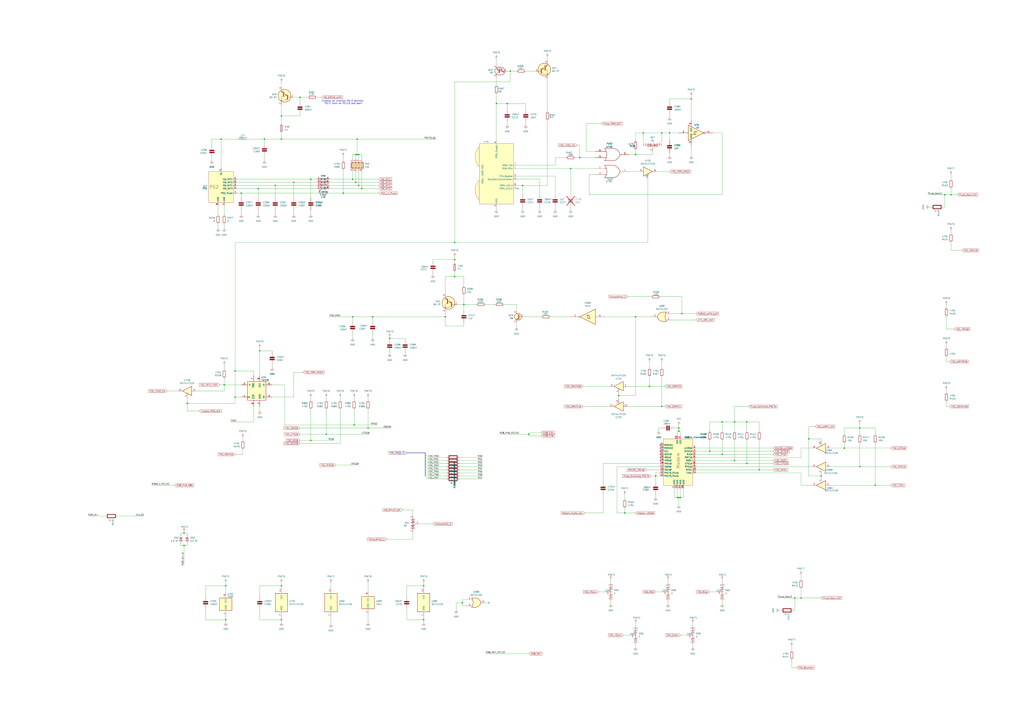
<source format=kicad_sch>
(kicad_sch (version 20250114) (generator "eeschema") (generator_version "9.0")
  (paper "A1")
  (title_block (title "PC110") (company "Recreated by: Ahmad Byagowi"))
  (text "Enables all external PS/2 devices; \nPS/2 conn on PC110 and dock" (at 281.94 84.074 0) (effects (font (size 1.27 1.27))))
  (junction (at 613.41 381))
  (junction (at 181.61 114.3))
  (junction (at 613.41 346.71))
  (junction (at 289.56 260.35))
  (junction (at 373.38 199.39))
  (junction (at 407.67 85.09))
  (junction (at 213.36 288.29))
  (junction (at 674.37 391.16))
  (junction (at 185.42 509.27))
  (junction (at 560.07 257.81))
  (junction (at 513.08 421.64))
  (junction (at 231.14 114.3))
  (junction (at 543.56 109.22))
  (junction (at 429.26 152.4))
  (junction (at 255.27 147.32))
  (junction (at 419.1 58.42))
  (junction (at 557.53 354.33))
  (junction (at 320.04 278.13))
  (junction (at 718.82 398.78))
  (junction (at 365.76 260.35))
  (junction (at 593.09 346.71))
  (junction (at 556.26 408.94))
  (junction (at 217.17 114.3))
  (junction (at 603.25 378.46))
  (junction (at 693.42 368.3))
  (junction (at 468.63 138.43))
  (junction (at 184.15 316.23))
  (junction (at 241.3 149.86))
  (junction (at 231.14 481.33))
  (junction (at 294.64 127))
  (junction (at 582.93 370.84))
  (junction (at 281.94 158.75))
  (junction (at 373.38 213.36))
  (junction (at 347.98 509.27))
  (junction (at 297.18 154.94))
  (junction (at 657.86 491.49))
  (junction (at 652.78 491.49))
  (junction (at 508 325.12))
  (junction (at 212.09 154.94))
  (junction (at 521.97 127))
  (junction (at 151.13 448.31))
  (junction (at 292.1 149.86))
  (junction (at 246.38 80.01))
  (junction (at 231.14 95.25))
  (junction (at 293.37 127))
  (junction (at 379.73 495.3))
  (junction (at 306.07 260.35))
  (junction (at 434.34 356.87))
  (junction (at 226.06 152.4))
  (junction (at 381 250.19))
  (junction (at 543.56 334.01))
  (junction (at 193.04 326.39))
  (junction (at 533.4 317.5))
  (junction (at 290.83 349.25))
  (junction (at 193.04 304.8))
  (junction (at 302.26 351.79))
  (junction (at 416.56 85.09))
  (junction (at 706.12 351.79))
  (junction (at 231.14 509.27))
  (junction (at 528.32 109.22))
  (junction (at 623.57 386.08))
  (junction (at 294.64 152.4))
  (junction (at 538.48 391.16))
  (junction (at 153.67 331.47))
  (junction (at 557.53 351.79))
  (junction (at 198.12 158.75))
  (junction (at 558.8 408.94))
  (junction (at 476.25 129.54))
  (junction (at 347.98 481.33))
  (junction (at 775.97 160.02))
  (junction (at 593.09 373.38))
  (junction (at 151.13 438.15))
  (junction (at 373.38 227.33))
  (junction (at 549.91 109.22))
  (junction (at 706.12 383.54))
  (junction (at 557.53 408.94))
  (junction (at 567.69 81.28))
  (junction (at 293.37 114.3))
  (junction (at 292.1 127))
  (junction (at 255.27 361.95))
  (junction (at 267.97 356.87))
  (junction (at 185.42 481.33))
  (junction (at 781.05 160.02))
  (junction (at 289.56 147.32))
  (junction (at 664.21 360.68))
  (junction (at 603.25 346.71))
  (junction (at 521.97 260.35))
  (no_connect (at 542.29 375.92))
  (no_connect (at 542.29 368.3))
  (no_connect (at 425.45 154.94))
  (no_connect (at 542.29 370.84))
  (no_connect (at 542.29 373.38))
  (no_connect (at 401.32 495.3))
  (no_connect (at 542.29 378.46))
  (no_connect (at 542.29 365.76))
  (bus_entry (at 349.25 375.92) (size 2.54 2.54))
  (bus_entry (at 349.25 386.08) (size 2.54 2.54))
  (bus_entry (at 349.25 381) (size 2.54 2.54))
  (bus_entry (at 349.25 373.38) (size 2.54 2.54))
  (bus_entry (at 349.25 388.62) (size 2.54 2.54))
  (bus_entry (at 349.25 383.54) (size 2.54 2.54))
  (bus_entry (at 349.25 378.46) (size 2.54 2.54))
  (bus_entry (at 349.25 391.16) (size 2.54 2.54))
  (wire (pts (xy 777.24 330.2) (xy 777.24 334.01)))
  (wire (pts (xy 407.67 85.09) (xy 407.67 115.57)))
  (wire (pts (xy 516.89 127) (xy 521.97 127)))
  (wire (pts (xy 693.42 351.79) (xy 706.12 351.79)))
  (wire (pts (xy 185.42 481.33) (xy 185.42 486.41)))
  (wire (pts (xy 538.48 388.62) (xy 538.48 391.16)))
  (wire (pts (xy 255.27 172.72) (xy 255.27 176.53)))
  (wire (pts (xy 193.04 199.39) (xy 373.38 199.39)))
  (wire (pts (xy 294.64 127) (xy 297.18 127)))
  (wire (pts (xy 351.79 391.16) (xy 367.03 391.16)))
  (wire (pts (xy 334.01 481.33) (xy 347.98 481.33)))
  (wire (pts (xy 292.1 127) (xy 292.1 130.81)))
  (wire (pts (xy 582.93 354.33) (xy 582.93 346.71)))
  (wire (pts (xy 351.79 386.08) (xy 367.03 386.08)))
  (wire (pts (xy 379.73 497.84) (xy 383.54 497.84)))
  (wire (pts (xy 543.56 309.88) (xy 543.56 334.01)))
  (wire (pts (xy 213.36 288.29) (xy 223.52 288.29)))
  (wire (pts (xy 561.34 401.32) (xy 561.34 408.94)))
  (wire (pts (xy 355.6 226.06) (xy 355.6 224.79)))
  (wire (pts (xy 521.97 260.35) (xy 535.94 260.35)))
  (wire (pts (xy 294.64 152.4) (xy 311.15 152.4)))
  (wire (pts (xy 431.8 85.09) (xy 416.56 85.09)))
  (wire (pts (xy 443.23 160.02) (xy 443.23 147.32)))
  (wire (pts (xy 657.86 472.44) (xy 657.86 476.25)))
  (wire (pts (xy 241.3 326.39) (xy 241.3 306.07)))
  (wire (pts (xy 424.18 265.43) (xy 424.18 269.24)))
  (wire (pts (xy 416.56 85.09) (xy 407.67 85.09)))
  (wire (pts (xy 455.93 129.54) (xy 455.93 135.89)))
  (wire (pts (xy 148.59 438.15) (xy 151.13 438.15)))
  (wire (pts (xy 233.68 349.25) (xy 290.83 349.25)))
  (wire (pts (xy 223.52 289.56) (xy 223.52 288.29)))
  (wire (pts (xy 184.15 316.23) (xy 184.15 311.15)))
  (wire (pts (xy 444.5 355.6) (xy 434.34 355.6)))
  (wire (pts (xy 781.05 160.02) (xy 786.13 160.02)))
  (wire (pts (xy 444.5 358.14) (xy 434.34 358.14)))
  (wire (pts (xy 231.14 95.25) (xy 231.14 101.6)))
  (wire (pts (xy 212.09 172.72) (xy 212.09 176.53)))
  (wire (pts (xy 468.63 260.35) (xy 452.12 260.35)))
  (wire (pts (xy 193.04 304.8) (xy 193.04 326.39)))
  (wire (pts (xy 657.86 388.62) (xy 657.86 398.78)))
  (wire (pts (xy 398.78 495.3) (xy 401.32 495.3)))
  (wire (pts (xy 478.79 334.01) (xy 500.38 334.01)))
  (wire (pts (xy 255.27 147.32) (xy 255.27 162.56)))
  (wire (pts (xy 571.5 383.54) (xy 666.75 383.54)))
  (wire (pts (xy 246.38 364.49) (xy 279.4 364.49)))
  (wire (pts (xy 351.79 378.46) (xy 367.03 378.46)))
  (wire (pts (xy 347.98 481.33) (xy 347.98 482.6)))
  (wire (pts (xy 603.25 346.71) (xy 603.25 354.33)))
  (wire (pts (xy 528.32 109.22) (xy 543.56 109.22)))
  (wire (pts (xy 513.08 421.64) (xy 521.97 421.64)))
  (wire (pts (xy 681.99 383.54) (xy 706.12 383.54)))
  (wire (pts (xy 151.13 448.31) (xy 151.13 464.82)))
  (wire (pts (xy 557.53 354.33) (xy 556.26 354.33)))
  (wire (pts (xy 231.14 508) (xy 231.14 509.27)))
  (wire (pts (xy 542.29 388.62) (xy 538.48 388.62)))
  (wire (pts (xy 416.56 58.42) (xy 419.1 58.42)))
  (wire (pts (xy 381 234.95) (xy 381 227.33)))
  (wire (pts (xy 781.05 160.02) (xy 781.05 154.94)))
  (wire (pts (xy 543.56 334.01) (xy 546.1 334.01)))
  (wire (pts (xy 781.05 199.39) (xy 781.05 205.74)))
  (wire (pts (xy 213.36 285.75) (xy 213.36 288.29)))
  (wire (pts (xy 293.37 127) (xy 292.1 127)))
  (wire (pts (xy 173.99 114.3) (xy 181.61 114.3)))
  (wire (pts (xy 521.97 109.22) (xy 528.32 109.22)))
  (wire (pts (xy 168.91 500.38) (xy 168.91 509.27)))
  (wire (pts (xy 558.8 354.33) (xy 557.53 354.33)))
  (wire (pts (xy 279.4 326.39) (xy 279.4 328.93)))
  (wire (pts (xy 521.97 325.12) (xy 508 325.12)))
  (wire (pts (xy 706.12 383.54) (xy 731.52 383.54)))
  (wire (pts (xy 538.48 486.41) (xy 543.56 486.41)))
  (wire (pts (xy 444.5 260.35) (xy 431.8 260.35)))
  (wire (pts (xy 706.12 347.98) (xy 706.12 351.79)))
  (wire (pts (xy 184.15 321.31) (xy 184.15 316.23)))
  (wire (pts (xy 419.1 58.42) (xy 419.1 67.31)))
  (wire (pts (xy 549.91 81.28) (xy 567.69 81.28)))
  (wire (pts (xy 528.32 119.38) (xy 528.32 109.22)))
  (wire (pts (xy 650.24 530.86) (xy 650.24 534.67)))
  (wire (pts (xy 571.5 370.84) (xy 582.93 370.84)))
  (wire (pts (xy 434.34 358.14) (xy 434.34 356.87)))
  (wire (pts (xy 148.59 439.42) (xy 148.59 438.15)))
  (wire (pts (xy 365.76 227.33) (xy 365.76 241.3)))
  (wire (pts (xy 538.48 391.16) (xy 538.48 396.24)))
  (wire (pts (xy 267.97 336.55) (xy 267.97 356.87)))
  (wire (pts (xy 137.16 321.31) (xy 146.05 321.31)))
  (wire (pts (xy 208.28 346.71) (xy 189.23 346.71)))
  (wire (pts (xy 241.3 306.07) (xy 248.92 306.07)))
  (wire (pts (xy 763.27 170.18) (xy 764.54 170.18)))
  (wire (pts (xy 513.08 406.4) (xy 513.08 410.21)))
  (wire (pts (xy 365.76 267.97) (xy 381 267.97)))
  (wire (pts (xy 231.14 509.27) (xy 231.14 511.81)))
  (wire (pts (xy 511.81 521.97) (xy 516.89 521.97)))
  (wire (pts (xy 571.5 378.46) (xy 603.25 378.46)))
  (wire (pts (xy 476.25 129.54) (xy 488.95 129.54)))
  (wire (pts (xy 279.4 336.55) (xy 279.4 364.49)))
  (wire (pts (xy 199.39 369.57) (xy 199.39 373.38)))
  (wire (pts (xy 198.12 172.72) (xy 198.12 176.53)))
  (wire (pts (xy 347.98 478.79) (xy 347.98 481.33)))
  (wire (pts (xy 281.94 128.27) (xy 281.94 132.08)))
  (bus (pts (xy 349.25 373.38) (xy 349.25 372.11)))
  (wire (pts (xy 290.83 326.39) (xy 290.83 328.93)))
  (wire (pts (xy 549.91 115.57) (xy 549.91 109.22)))
  (wire (pts (xy 775.97 160.02) (xy 775.97 170.18)))
  (wire (pts (xy 199.39 359.41) (xy 199.39 361.95)))
  (wire (pts (xy 208.28 346.71) (xy 208.28 334.01)))
  (wire (pts (xy 334.01 509.27) (xy 347.98 509.27)))
  (wire (pts (xy 623.57 386.08) (xy 635 386.08)))
  (wire (pts (xy 407.67 63.5) (xy 407.67 69.85)))
  (wire (pts (xy 693.42 351.79) (xy 693.42 356.87)))
  (wire (pts (xy 193.04 326.39) (xy 198.12 326.39)))
  (wire (pts (xy 556.26 408.94) (xy 553.72 408.94)))
  (wire (pts (xy 96.52 424.18) (xy 118.11 424.18)))
  (wire (pts (xy 434.34 355.6) (xy 434.34 356.87)))
  (wire (pts (xy 548.64 494.03) (xy 548.64 496.57)))
  (wire (pts (xy 718.82 351.79) (xy 718.82 356.87)))
  (wire (pts (xy 153.67 327.66) (xy 153.67 331.47)))
  (wire (pts (xy 539.75 140.97) (xy 549.91 140.97)))
  (wire (pts (xy 532.13 147.32) (xy 532.13 199.39)))
  (wire (pts (xy 567.69 78.74) (xy 567.69 81.28)))
  (wire (pts (xy 292.1 127) (xy 289.56 127)))
  (wire (pts (xy 669.29 350.52) (xy 664.21 350.52)))
  (wire (pts (xy 153.67 438.15) (xy 153.67 439.42)))
  (wire (pts (xy 551.18 262.89) (xy 571.5 262.89)))
  (wire (pts (xy 543.56 109.22) (xy 543.56 119.38)))
  (wire (pts (xy 551.18 257.81) (xy 560.07 257.81)))
  (wire (pts (xy 365.76 256.54) (xy 365.76 260.35)))
  (wire (pts (xy 406.4 250.19) (xy 398.78 250.19)))
  (wire (pts (xy 541.02 354.33) (xy 541.02 351.79)))
  (wire (pts (xy 302.26 351.79) (xy 321.31 351.79)))
  (wire (pts (xy 294.64 140.97) (xy 294.64 152.4)))
  (wire (pts (xy 508 323.85) (xy 508 325.12)))
  (wire (pts (xy 275.59 382.27) (xy 294.64 382.27)))
  (wire (pts (xy 568.96 529.59) (xy 568.96 532.13)))
  (wire (pts (xy 270.51 147.32) (xy 289.56 147.32)))
  (wire (pts (xy 233.68 349.25) (xy 233.68 316.23)))
  (wire (pts (xy 777.24 283.21) (xy 777.24 285.75)))
  (wire (pts (xy 603.25 378.46) (xy 635 378.46)))
  (wire (pts (xy 491.49 486.41) (xy 496.57 486.41)))
  (wire (pts (xy 269.24 158.75) (xy 281.94 158.75)))
  (wire (pts (xy 320.04 289.56) (xy 320.04 290.83)))
  (wire (pts (xy 582.93 370.84) (xy 635 370.84)))
  (wire (pts (xy 231.14 114.3) (xy 293.37 114.3)))
  (wire (pts (xy 652.78 491.49) (xy 638.81 491.49)))
  (wire (pts (xy 194.31 149.86) (xy 241.3 149.86)))
  (wire (pts (xy 424.18 138.43) (xy 468.63 138.43)))
  (wire (pts (xy 777.24 320.04) (xy 777.24 322.58)))
  (wire (pts (xy 775.97 170.18) (xy 774.7 170.18)))
  (wire (pts (xy 652.78 501.65) (xy 651.51 501.65)))
  (wire (pts (xy 213.36 334.01) (xy 213.36 337.82)))
  (wire (pts (xy 779.78 334.01) (xy 777.24 334.01)))
  (wire (pts (xy 603.25 334.01) (xy 614.68 334.01)))
  (wire (pts (xy 193.04 304.8) (xy 193.04 199.39)))
  (wire (pts (xy 443.23 170.18) (xy 443.23 172.72)))
  (wire (pts (xy 407.67 77.47) (xy 407.67 85.09)))
  (wire (pts (xy 681.99 398.78) (xy 718.82 398.78)))
  (wire (pts (xy 431.8 100.33) (xy 431.8 102.87)))
  (wire (pts (xy 571.5 373.38) (xy 593.09 373.38)))
  (wire (pts (xy 664.21 350.52) (xy 664.21 360.68)))
  (wire (pts (xy 496.57 260.35) (xy 521.97 260.35)))
  (wire (pts (xy 557.53 408.94) (xy 556.26 408.94)))
  (wire (pts (xy 455.93 170.18) (xy 455.93 172.72)))
  (wire (pts (xy 775.97 160.02) (xy 762 160.02)))
  (wire (pts (xy 179.07 168.91) (xy 179.07 176.53)))
  (wire (pts (xy 255.27 147.32) (xy 260.35 147.32)))
  (wire (pts (xy 86.36 424.18) (xy 72.39 424.18)))
  (wire (pts (xy 443.23 147.32) (xy 424.18 147.32)))
  (wire (pts (xy 593.09 476.25) (xy 593.09 478.79)))
  (wire (pts (xy 289.56 264.16) (xy 289.56 260.35)))
  (wire (pts (xy 478.79 317.5) (xy 500.38 317.5)))
  (wire (pts (xy 194.31 152.4) (xy 226.06 152.4)))
  (wire (pts (xy 270.51 152.4) (xy 294.64 152.4)))
  (wire (pts (xy 549.91 109.22) (xy 543.56 109.22)))
  (wire (pts (xy 289.56 140.97) (xy 289.56 147.32)))
  (wire (pts (xy 718.82 351.79) (xy 706.12 351.79)))
  (wire (pts (xy 613.41 346.71) (xy 623.57 346.71)))
  (bus (pts (xy 349.25 375.92) (xy 349.25 373.38)))
  (wire (pts (xy 391.16 250.19) (xy 381 250.19)))
  (wire (pts (xy 373.38 67.31) (xy 373.38 199.39)))
  (wire (pts (xy 549.91 83.82) (xy 549.91 81.28)))
  (wire (pts (xy 674.37 391.16) (xy 674.37 389.89)))
  (wire (pts (xy 538.48 408.94) (xy 538.48 406.4)))
  (wire (pts (xy 424.18 152.4) (xy 429.26 152.4)))
  (wire (pts (xy 506.73 421.64) (xy 513.08 421.64)))
  (wire (pts (xy 168.91 481.33) (xy 185.42 481.33)))
  (wire (pts (xy 553.72 351.79) (xy 557.53 351.79)))
  (wire (pts (xy 483.87 160.02) (xy 483.87 143.51)))
  (wire (pts (xy 449.58 99.06) (xy 449.58 152.4)))
  (wire (pts (xy 153.67 447.04) (xy 153.67 448.31)))
  (wire (pts (xy 281.94 158.75) (xy 281.94 139.7)))
  (wire (pts (xy 223.52 299.72) (xy 223.52 302.26)))
  (wire (pts (xy 582.93 486.41) (xy 588.01 486.41)))
  (wire (pts (xy 271.78 478.79) (xy 271.78 482.6)))
  (wire (pts (xy 407.67 170.18) (xy 407.67 172.72)))
  (wire (pts (xy 332.74 278.13) (xy 332.74 279.4)))
  (wire (pts (xy 455.93 129.54) (xy 464.82 129.54)))
  (wire (pts (xy 468.63 170.18) (xy 468.63 172.72)))
  (wire (pts (xy 255.27 326.39) (xy 255.27 328.93)))
  (wire (pts (xy 213.36 490.22) (xy 213.36 481.33)))
  (wire (pts (xy 306.07 260.35) (xy 306.07 264.16)))
  (wire (pts (xy 424.18 154.94) (xy 425.45 154.94)))
  (wire (pts (xy 347.98 509.27) (xy 347.98 511.81)))
  (wire (pts (xy 255.27 336.55) (xy 255.27 361.95)))
  (bus (pts (xy 349.25 386.08) (xy 349.25 383.54)))
  (wire (pts (xy 351.79 375.92) (xy 367.03 375.92)))
  (wire (pts (xy 334.01 490.22) (xy 334.01 481.33)))
  (wire (pts (xy 516.89 140.97) (xy 524.51 140.97)))
  (wire (pts (xy 623.57 346.71) (xy 623.57 354.33)))
  (wire (pts (xy 185.42 509.27) (xy 185.42 511.81)))
  (wire (pts (xy 231.14 478.79) (xy 231.14 481.33)))
  (wire (pts (xy 373.38 210.82) (xy 373.38 213.36)))
  (wire (pts (xy 582.93 346.71) (xy 593.09 346.71)))
  (wire (pts (xy 429.26 170.18) (xy 429.26 172.72)))
  (wire (pts (xy 538.48 391.16) (xy 534.67 391.16)))
  (wire (pts (xy 472.44 129.54) (xy 476.25 129.54)))
  (wire (pts (xy 560.07 257.81) (xy 571.5 257.81)))
  (wire (pts (xy 431.8 90.17) (xy 431.8 85.09)))
  (wire (pts (xy 495.3 381) (xy 495.3 396.24)))
  (wire (pts (xy 718.82 364.49) (xy 718.82 398.78)))
  (wire (pts (xy 495.3 381) (xy 542.29 381)))
  (wire (pts (xy 185.42 478.79) (xy 185.42 481.33)))
  (wire (pts (xy 194.31 147.32) (xy 255.27 147.32)))
  (wire (pts (xy 208.28 308.61) (xy 208.28 304.8)))
  (wire (pts (xy 603.25 346.71) (xy 603.25 334.01)))
  (wire (pts (xy 558.8 408.94) (xy 557.53 408.94)))
  (wire (pts (xy 246.38 80.01) (xy 246.38 83.82)))
  (wire (pts (xy 355.6 430.53) (xy 344.17 430.53)))
  (wire (pts (xy 377.19 393.7) (xy 396.24 393.7)))
  (wire (pts (xy 553.72 408.94) (xy 553.72 401.32)))
  (wire (pts (xy 351.79 388.62) (xy 367.03 388.62)))
  (wire (pts (xy 184.15 184.15) (xy 184.15 187.96)))
  (wire (pts (xy 455.93 135.89) (xy 424.18 135.89)))
  (wire (pts (xy 302.26 326.39) (xy 302.26 328.93)))
  (wire (pts (xy 593.09 160.02) (xy 483.87 160.02)))
  (wire (pts (xy 381 250.19) (xy 381 255.27)))
  (wire (pts (xy 424.18 255.27) (xy 424.18 250.19)))
  (wire (pts (xy 593.09 494.03) (xy 593.09 496.57)))
  (wire (pts (xy 481.33 101.6) (xy 494.03 101.6)))
  (wire (pts (xy 289.56 147.32) (xy 311.15 147.32)))
  (wire (pts (xy 556.26 401.32) (xy 556.26 408.94)))
  (wire (pts (xy 381 267.97) (xy 381 265.43)))
  (wire (pts (xy 650.24 548.64) (xy 654.05 548.64)))
  (wire (pts (xy 476.25 129.54) (xy 476.25 119.38)))
  (wire (pts (xy 231.14 481.33) (xy 231.14 482.6)))
  (wire (pts (xy 302.26 478.79) (xy 302.26 485.14)))
  (wire (pts (xy 593.09 346.71) (xy 603.25 346.71)))
  (wire (pts (xy 455.93 144.78) (xy 455.93 160.02)))
  (wire (pts (xy 488.95 124.46) (xy 481.33 124.46)))
  (wire (pts (xy 480.06 421.64) (xy 495.3 421.64)))
  (wire (pts (xy 429.26 152.4) (xy 429.26 160.02)))
  (bus (pts (xy 349.25 383.54) (xy 349.25 381)))
  (wire (pts (xy 664.21 360.68) (xy 674.37 360.68)))
  (wire (pts (xy 377.19 378.46) (xy 396.24 378.46)))
  (wire (pts (xy 693.42 368.3) (xy 731.52 368.3)))
  (wire (pts (xy 706.12 351.79) (xy 706.12 356.87)))
  (wire (pts (xy 297.18 127) (xy 297.18 130.81)))
  (wire (pts (xy 198.12 158.75) (xy 198.12 162.56)))
  (wire (pts (xy 143.51 398.78) (xy 124.46 398.78)))
  (wire (pts (xy 246.38 93.98) (xy 246.38 95.25)))
  (wire (pts (xy 419.1 67.31) (xy 373.38 67.31)))
  (wire (pts (xy 398.78 537.21) (xy 434.34 537.21)))
  (wire (pts (xy 783.59 270.51) (xy 777.24 270.51)))
  (wire (pts (xy 571.5 368.3) (xy 635 368.3)))
  (wire (pts (xy 151.13 436.88) (xy 151.13 438.15)))
  (bus (pts (xy 349.25 388.62) (xy 349.25 386.08)))
  (wire (pts (xy 302.26 505.46) (xy 302.26 511.81)))
  (wire (pts (xy 373.38 223.52) (xy 373.38 227.33)))
  (wire (pts (xy 281.94 158.75) (xy 311.15 158.75)))
  (wire (pts (xy 495.3 406.4) (xy 495.3 421.64)))
  (wire (pts (xy 557.53 351.79) (xy 557.53 354.33)))
  (wire (pts (xy 481.33 124.46) (xy 481.33 101.6)))
  (wire (pts (xy 530.86 386.08) (xy 542.29 386.08)))
  (wire (pts (xy 351.79 381) (xy 367.03 381)))
  (wire (pts (xy 217.17 118.11) (xy 217.17 114.3)))
  (wire (pts (xy 706.12 364.49) (xy 706.12 383.54)))
  (wire (pts (xy 568.96 511.81) (xy 568.96 514.35)))
  (wire (pts (xy 377.19 388.62) (xy 396.24 388.62)))
  (wire (pts (xy 571.5 375.92) (xy 657.86 375.92)))
  (wire (pts (xy 168.91 509.27) (xy 185.42 509.27)))
  (wire (pts (xy 246.38 95.25) (xy 231.14 95.25)))
  (wire (pts (xy 148.59 447.04) (xy 148.59 448.31)))
  (wire (pts (xy 548.64 476.25) (xy 548.64 478.79)))
  (wire (pts (xy 582.93 361.95) (xy 582.93 370.84)))
  (wire (pts (xy 674.37 391.16) (xy 664.21 391.16)))
  (wire (pts (xy 260.35 80.01) (xy 264.16 80.01)))
  (wire (pts (xy 297.18 140.97) (xy 297.18 154.94)))
  (wire (pts (xy 431.8 58.42) (xy 439.42 58.42)))
  (wire (pts (xy 501.65 494.03) (xy 501.65 496.57)))
  (wire (pts (xy 334.01 500.38) (xy 334.01 509.27)))
  (wire (pts (xy 339.09 443.23) (xy 339.09 438.15)))
  (wire (pts (xy 416.56 100.33) (xy 416.56 102.87)))
  (wire (pts (xy 613.41 381) (xy 635 381)))
  (wire (pts (xy 483.87 143.51) (xy 488.95 143.51)))
  (wire (pts (xy 410.21 356.87) (xy 434.34 356.87)))
  (wire (pts (xy 424.18 250.19) (xy 414.02 250.19)))
  (wire (pts (xy 549.91 109.22) (xy 557.53 109.22)))
  (wire (pts (xy 377.19 383.54) (xy 396.24 383.54)))
  (wire (pts (xy 567.69 81.28) (xy 567.69 99.06)))
  (wire (pts (xy 377.19 375.92) (xy 396.24 375.92)))
  (wire (pts (xy 289.56 130.81) (xy 289.56 127)))
  (wire (pts (xy 449.58 64.77) (xy 449.58 91.44)))
  (wire (pts (xy 515.62 334.01) (xy 543.56 334.01)))
  (wire (pts (xy 571.5 388.62) (xy 657.86 388.62)))
  (wire (pts (xy 332.74 289.56) (xy 332.74 290.83)))
  (wire (pts (xy 347.98 508) (xy 347.98 509.27)))
  (wire (pts (xy 424.18 144.78) (xy 455.93 144.78)))
  (wire (pts (xy 320.04 276.86) (xy 320.04 278.13)))
  (wire (pts (xy 379.73 495.3) (xy 379.73 497.84)))
  (wire (pts (xy 593.09 109.22) (xy 593.09 160.02)))
  (wire (pts (xy 246.38 80.01) (xy 252.73 80.01)))
  (wire (pts (xy 561.34 408.94) (xy 558.8 408.94)))
  (wire (pts (xy 294.64 127) (xy 293.37 127)))
  (wire (pts (xy 208.28 304.8) (xy 193.04 304.8)))
  (wire (pts (xy 381 242.57) (xy 381 250.19)))
  (wire (pts (xy 241.3 80.01) (xy 246.38 80.01)))
  (wire (pts (xy 181.61 114.3) (xy 181.61 138.43)))
  (wire (pts (xy 193.04 331.47) (xy 193.04 326.39)))
  (wire (pts (xy 557.53 349.25) (xy 557.53 351.79)))
  (wire (pts (xy 148.59 448.31) (xy 151.13 448.31)))
  (wire (pts (xy 320.04 278.13) (xy 332.74 278.13)))
  (wire (pts (xy 377.19 386.08) (xy 396.24 386.08)))
  (wire (pts (xy 657.86 368.3) (xy 666.75 368.3)))
  (wire (pts (xy 355.6 214.63) (xy 355.6 213.36)))
  (wire (pts (xy 521.97 115.57) (xy 521.97 109.22)))
  (wire (pts (xy 657.86 491.49) (xy 674.37 491.49)))
  (wire (pts (xy 267.97 356.87) (xy 303.53 356.87)))
  (wire (pts (xy 657.86 491.49) (xy 652.78 491.49)))
  (wire (pts (xy 320.04 278.13) (xy 320.04 279.4)))
  (wire (pts (xy 241.3 149.86) (xy 260.35 149.86)))
  (wire (pts (xy 255.27 361.95) (xy 274.32 361.95)))
  (wire (pts (xy 241.3 172.72) (xy 241.3 176.53)))
  (wire (pts (xy 468.63 138.43) (xy 488.95 138.43)))
  (wire (pts (xy 226.06 152.4) (xy 260.35 152.4)))
  (wire (pts (xy 521.97 529.59) (xy 521.97 532.13)))
  (wire (pts (xy 213.36 509.27) (xy 231.14 509.27)))
  (wire (pts (xy 693.42 368.3) (xy 693.42 364.49)))
  (wire (pts (xy 542.29 243.84) (xy 560.07 243.84)))
  (wire (pts (xy 194.31 158.75) (xy 198.12 158.75)))
  (wire (pts (xy 151.13 448.31) (xy 153.67 448.31)))
  (wire (pts (xy 231.14 109.22) (xy 231.14 114.3)))
  (wire (pts (xy 217.17 128.27) (xy 217.17 132.08)))
  (wire (pts (xy 180.34 316.23) (xy 184.15 316.23)))
  (wire (pts (xy 674.37 392.43) (xy 674.37 391.16)))
  (wire (pts (xy 657.86 398.78) (xy 666.75 398.78)))
  (wire (pts (xy 198.12 158.75) (xy 261.62 158.75)))
  (wire (pts (xy 515.62 317.5) (xy 533.4 317.5)))
  (wire (pts (xy 223.52 326.39) (xy 241.3 326.39)))
  (wire (pts (xy 449.58 152.4) (xy 429.26 152.4)))
  (wire (pts (xy 213.36 500.38) (xy 213.36 509.27)))
  (wire (pts (xy 293.37 114.3) (xy 358.14 114.3)))
  (wire (pts (xy 567.69 119.38) (xy 567.69 128.27)))
  (wire (pts (xy 377.19 391.16) (xy 396.24 391.16)))
  (wire (pts (xy 558.8 358.14) (xy 558.8 354.33)))
  (wire (pts (xy 246.38 356.87) (xy 267.97 356.87)))
  (wire (pts (xy 571.5 381) (xy 613.41 381)))
  (wire (pts (xy 289.56 260.35) (xy 270.51 260.35)))
  (wire (pts (xy 407.67 48.26) (xy 407.67 53.34)))
  (wire (pts (xy 161.29 321.31) (xy 184.15 321.31)))
  (wire (pts (xy 781.05 160.02) (xy 775.97 160.02)))
  (wire (pts (xy 521.97 127) (xy 535.94 127)))
  (wire (pts (xy 419.1 58.42) (xy 424.18 58.42)))
  (wire (pts (xy 613.41 346.71) (xy 613.41 354.33)))
  (wire (pts (xy 195.58 114.3) (xy 181.61 114.3)))
  (wire (pts (xy 290.83 336.55) (xy 290.83 349.25)))
  (wire (pts (xy 184.15 299.72) (xy 184.15 303.53)))
  (wire (pts (xy 664.21 391.16) (xy 664.21 360.68)))
  (wire (pts (xy 593.09 354.33) (xy 593.09 346.71)))
  (wire (pts (xy 212.09 154.94) (xy 260.35 154.94)))
  (wire (pts (xy 613.41 361.95) (xy 613.41 381)))
  (wire (pts (xy 339.09 419.1) (xy 339.09 422.91)))
  (wire (pts (xy 226.06 172.72) (xy 226.06 176.53)))
  (wire (pts (xy 351.79 393.7) (xy 367.03 393.7)))
  (wire (pts (xy 217.17 114.3) (xy 231.14 114.3)))
  (wire (pts (xy 355.6 213.36) (xy 373.38 213.36)))
  (wire (pts (xy 650.24 548.64) (xy 650.24 542.29)))
  (wire (pts (xy 623.57 361.95) (xy 623.57 386.08)))
  (wire (pts (xy 571.5 386.08) (xy 623.57 386.08)))
  (wire (pts (xy 657.86 368.3) (xy 657.86 375.92)))
  (wire (pts (xy 330.2 419.1) (xy 339.09 419.1)))
  (wire (pts (xy 184.15 168.91) (xy 184.15 176.53)))
  (wire (pts (xy 241.3 149.86) (xy 241.3 162.56)))
  (wire (pts (xy 375.92 250.19) (xy 381 250.19)))
  (wire (pts (xy 585.47 109.22) (xy 593.09 109.22)))
  (wire (pts (xy 199.39 373.38) (xy 193.04 373.38)))
  (wire (pts (xy 535.94 127) (xy 535.94 124.46)))
  (wire (pts (xy 718.82 398.78) (xy 731.52 398.78)))
  (wire (pts (xy 777.24 250.19) (xy 777.24 252.73)))
  (wire (pts (xy 289.56 274.32) (xy 289.56 278.13)))
  (wire (pts (xy 416.56 85.09) (xy 416.56 90.17)))
  (wire (pts (xy 513.08 417.83) (xy 513.08 421.64)))
  (wire (pts (xy 185.42 506.73) (xy 185.42 509.27)))
  (wire (pts (xy 270.51 149.86) (xy 292.1 149.86)))
  (wire (pts (xy 560.07 243.84) (xy 560.07 257.81)))
  (wire (pts (xy 294.64 127) (xy 294.64 130.81)))
  (wire (pts (xy 383.54 492.76) (xy 379.73 492.76)))
  (wire (pts (xy 593.09 361.95) (xy 593.09 373.38)))
  (wire (pts (xy 373.38 213.36) (xy 373.38 215.9)))
  (wire (pts (xy 558.8 401.32) (xy 558.8 408.94)))
  (wire (pts (xy 603.25 346.71) (xy 613.41 346.71)))
  (wire (pts (xy 173.99 119.38) (xy 173.99 114.3)))
  (wire (pts (xy 381 227.33) (xy 373.38 227.33)))
  (wire (pts (xy 168.91 490.22) (xy 168.91 481.33)))
  (wire (pts (xy 543.56 297.18) (xy 543.56 302.26)))
  (wire (pts (xy 351.79 383.54) (xy 367.03 383.54)))
  (wire (pts (xy 153.67 331.47) (xy 153.67 337.82)))
  (wire (pts (xy 213.36 288.29) (xy 213.36 308.61)))
  (bus (pts (xy 334.01 372.11) (xy 349.25 372.11)))
  (wire (pts (xy 151.13 438.15) (xy 153.67 438.15)))
  (wire (pts (xy 501.65 476.25) (xy 501.65 478.79)))
  (wire (pts (xy 373.38 199.39) (xy 532.13 199.39)))
  (wire (pts (xy 781.05 205.74) (xy 789.94 205.74)))
  (wire (pts (xy 374.65 501.65) (xy 374.65 495.3)))
  (wire (pts (xy 377.19 381) (xy 396.24 381)))
  (wire (pts (xy 449.58 46.99) (xy 449.58 49.53)))
  (wire (pts (xy 293.37 114.3) (xy 293.37 127)))
  (wire (pts (xy 179.07 184.15) (xy 179.07 187.96)))
  (wire (pts (xy 302.26 336.55) (xy 302.26 351.79)))
  (wire (pts (xy 640.08 501.65) (xy 641.35 501.65)))
  (wire (pts (xy 289.56 260.35) (xy 306.07 260.35)))
  (bus (pts (xy 349.25 391.16) (xy 349.25 388.62)))
  (wire (pts (xy 173.99 129.54) (xy 173.99 132.08)))
  (wire (pts (xy 267.97 326.39) (xy 267.97 328.93)))
  (wire (pts (xy 246.38 351.79) (xy 302.26 351.79)))
  (wire (pts (xy 781.05 189.23) (xy 781.05 191.77)))
  (wire (pts (xy 681.99 368.3) (xy 693.42 368.3)))
  (wire (pts (xy 521.97 511.81) (xy 521.97 514.35)))
  (wire (pts (xy 233.68 316.23) (xy 223.52 316.23)))
  (wire (pts (xy 533.4 317.5) (xy 533.4 309.88)))
  (wire (pts (xy 508 325.12) (xy 508 327.66)))
  (wire (pts (xy 379.73 492.76) (xy 379.73 495.3)))
  (wire (pts (xy 153.67 337.82) (xy 163.83 337.82)))
  (wire (pts (xy 231.14 67.31) (xy 231.14 71.12)))
  (wire (pts (xy 652.78 491.49) (xy 652.78 501.65)))
  (wire (pts (xy 292.1 149.86) (xy 311.15 149.86)))
  (wire (pts (xy 657.86 483.87) (xy 657.86 491.49)))
  (wire (pts (xy 213.36 481.33) (xy 231.14 481.33)))
  (wire (pts (xy 297.18 154.94) (xy 311.15 154.94)))
  (wire (pts (xy 468.63 138.43) (xy 468.63 160.02)))
  (wire (pts (xy 270.51 154.94) (xy 297.18 154.94)))
  (wire (pts (xy 271.78 508) (xy 271.78 513.08)))
  (wire (pts (xy 542.29 391.16) (xy 538.48 391.16)))
  (wire (pts (xy 292.1 140.97) (xy 292.1 149.86)))
  (wire (pts (xy 521.97 123.19) (xy 521.97 127)))
  (wire (pts (xy 558.8 521.97) (xy 563.88 521.97)))
  (wire (pts (xy 542.29 383.54) (xy 506.73 383.54)))
  (wire (pts (xy 255.27 361.95) (xy 246.38 361.95)))
  (wire (pts (xy 373.38 227.33) (xy 365.76 227.33)))
  (wire (pts (xy 473.71 119.38) (xy 476.25 119.38)))
  (wire (pts (xy 781.05 143.51) (xy 781.05 147.32)))
  (wire (pts (xy 198.12 316.23) (xy 184.15 316.23)))
  (wire (pts (xy 777.24 293.37) (xy 777.24 297.18)))
  (wire (pts (xy 306.07 278.13) (xy 306.07 274.32)))
  (bus (pts (xy 349.25 381) (xy 349.25 378.46)))
  (wire (pts (xy 515.62 243.84) (xy 534.67 243.84)))
  (wire (pts (xy 365.76 260.35) (xy 365.76 267.97)))
  (wire (pts (xy 549.91 125.73) (xy 549.91 128.27)))
  (wire (pts (xy 593.09 373.38) (xy 635 373.38)))
  (wire (pts (xy 779.78 297.18) (xy 777.24 297.18)))
  (wire (pts (xy 194.31 154.94) (xy 212.09 154.94)))
  (wire (pts (xy 290.83 349.25) (xy 309.88 349.25)))
  (wire (pts (xy 306.07 260.35) (xy 365.76 260.35)))
  (wire (pts (xy 777.24 260.35) (xy 777.24 270.51)))
  (wire (pts (xy 674.37 360.68) (xy 674.37 361.95)))
  (wire (pts (xy 603.25 361.95) (xy 603.25 378.46)))
  (bus (pts (xy 349.25 378.46) (xy 349.25 375.92)))
  (wire (pts (xy 212.09 154.94) (xy 212.09 162.56)))
  (wire (pts (xy 203.2 114.3) (xy 217.17 114.3)))
  (wire (pts (xy 506.73 383.54) (xy 506.73 421.64)))
  (wire (pts (xy 231.14 86.36) (xy 231.14 95.25)))
  (wire (pts (xy 521.97 260.35) (xy 521.97 325.12)))
  (wire (pts (xy 557.53 408.94) (xy 557.53 415.29)))
  (wire (pts (xy 226.06 152.4) (xy 226.06 162.56)))
  (wire (pts (xy 317.5 443.23) (xy 339.09 443.23)))
  (wire (pts (xy 153.67 331.47) (xy 193.04 331.47)))
  (wire (pts (xy 556.26 354.33) (xy 556.26 358.14)))
  (wire (pts (xy 549.91 93.98) (xy 549.91 96.52)))
  (wire (pts (xy 533.4 297.18) (xy 533.4 302.26)))
  (wire (pts (xy 374.65 495.3) (xy 379.73 495.3)))
  (wire (pts (xy 541.02 351.79) (xy 543.56 351.79)))
  (wire (pts (xy 533.4 317.5) (xy 546.1 317.5)))
  (label "PD3" (at 396.24 383.54 180))
  (label "PWR_IN+_D" (at 151.13 464.82 90))
  (label "Pluto_Dock1" (at 762 160.02 0))
  (label "RTS2#" (at 294.64 382.27 180))
  (label "TXD2" (at 189.23 346.71 0))
  (label "FDC_PD3" (at 351.79 383.54 0))
  (label "PD2" (at 396.24 381 180))
  (label "PD1" (at 396.24 378.46 180))
  (label "CTS2#" (at 303.53 356.87 180))
  (label "Pluto_Dock2" (at 638.81 491.49 0))
  (label "M38_P67_PC110" (at 398.78 537.21 0))
  (label "R269_1_PC110" (at 124.46 398.78 0))
  (label "FDC_PD2" (at 351.79 381 0))
  (label "PD6" (at 396.24 391.16 180))
  (label "DSR2#" (at 321.31 351.79 180))
  (label "FDC_PD6" (at 351.79 391.16 0))
  (label "FDD_PWR" (at 270.51 260.35 0))
  (label "RI2#" (at 274.32 361.95 180))
  (label "FDC_PD7" (at 351.79 393.7 0))
  (label "M38_P46_PC110" (at 410.21 356.87 0))
  (label "PD0" (at 396.24 375.92 180))
  (label "RXD2" (at 309.88 349.25 180))
  (label "PWR_IN-" (at 72.39 424.18 0))
  (label "PNET5_Q1" (at 358.14 114.3 180))
  (label "FDC_PD4" (at 351.79 386.08 0))
  (label "PD7" (at 396.24 393.7 180))
  (label "FDC_PD1" (at 351.79 378.46 0))
  (label "PD4" (at 396.24 386.08 180))
  (label "FDC_PD0" (at 351.79 375.92 0))
  (label "J13_53" (at 118.11 424.18 180))
  (label "FDC_PD5" (at 351.79 388.62 0))
  (label "PD5" (at 396.24 388.62 180))
  (global_label "M38_P67" (shape input) (at 434.34 537.21 0) (property "Intersheetrefs" "${INTERSHEET_REFS}" (effects (hide yes))))
  (global_label "FDC_IRTX_TXD2" (shape input) (at 180.34 316.23 180) (property "Intersheetrefs" "${INTERSHEET_REFS}" (effects (hide yes))))
  (global_label "FDC_DRATE1" (shape input) (at 546.1 334.01 0) (property "Intersheetrefs" "${INTERSHEET_REFS}" (effects (hide yes))))
  (global_label "FDC_UART1_EN" (shape input) (at 669.29 350.52 0) (property "Intersheetrefs" "${INTERSHEET_REFS}" (effects (hide yes))))
  (global_label "KB_SPKUP_DN" (shape input) (at 330.2 419.1 180) (property "Intersheetrefs" "${INTERSHEET_REFS}" (effects (hide yes))))
  (global_label "FDC_RI1#" (shape input) (at 635 373.38 0) (property "Intersheetrefs" "${INTERSHEET_REFS}" (effects (hide yes))))
  (global_label "FDC_DRATE0" (shape input) (at 546.1 317.5 0) (property "Intersheetrefs" "${INTERSHEET_REFS}" (effects (hide yes))))
  (global_label "FDC_DSR2#" (shape input) (at 246.38 351.79 180) (property "Intersheetrefs" "${INTERSHEET_REFS}" (effects (hide yes))))
  (global_label "FDC_RTS2#" (shape input) (at 275.59 382.27 180) (property "Intersheetrefs" "${INTERSHEET_REFS}" (effects (hide yes))))
  (global_label "FDC_RI2#" (shape input) (at 246.38 361.95 180) (property "Intersheetrefs" "${INTERSHEET_REFS}" (effects (hide yes))))
  (global_label "FDC_IRRX_RXD2" (shape input) (at 248.92 306.07 0) (property "Intersheetrefs" "${INTERSHEET_REFS}" (effects (hide yes))))
  (global_label "FDC_DTR1#" (shape input) (at 731.52 368.3 0) (property "Intersheetrefs" "${INTERSHEET_REFS}" (effects (hide yes))))
  (global_label "Pluto_Switched_PNET5" (shape input) (at 534.67 391.16 180) (property "Intersheetrefs" "${INTERSHEET_REFS}" (effects (hide yes))))
  (global_label "VGA_Blue" (shape input) (at 582.93 486.41 180) (property "Intersheetrefs" "${INTERSHEET_REFS}" (effects (hide yes))))
  (global_label "Pluto_Dock_IO2" (shape input) (at 674.37 491.49 0) (property "Intersheetrefs" "${INTERSHEET_REFS}" (effects (hide yes))))
  (global_label "VGA_HSync" (shape input) (at 491.49 486.41 180) (property "Intersheetrefs" "${INTERSHEET_REFS}" (effects (hide yes))))
  (global_label "FDC_DSR1" (shape input) (at 635 378.46 0) (property "Intersheetrefs" "${INTERSHEET_REFS}" (effects (hide yes))))
  (global_label "FDC_DCD1#" (shape input) (at 635 370.84 0) (property "Intersheetrefs" "${INTERSHEET_REFS}" (effects (hide yes))))
  (global_label "KB_SRDY#_shift" (shape input) (at 264.16 80.01 0) (property "Intersheetrefs" "${INTERSHEET_REFS}" (effects (hide yes))))
  (global_label "KB_INIT3" (shape input) (at 311.15 154.94 0) (property "Intersheetrefs" "${INTERSHEET_REFS}" (effects (hide yes))))
  (global_label "FDC_TXD2_EN" (shape input) (at 137.16 321.31 180) (property "Intersheetrefs" "${INTERSHEET_REFS}" (effects (hide yes))))
  (global_label "Modem_VSDA#" (shape input) (at 521.97 421.64 0) (property "Intersheetrefs" "${INTERSHEET_REFS}" (effects (hide yes))))
  (global_label "Pluto_IRDA_OUT" (shape input) (at 494.03 101.6 0) (property "Intersheetrefs" "${INTERSHEET_REFS}" (effects (hide yes))))
  (global_label "FDC_WRTPRT#" (shape input) (at 779.78 297.18 0) (property "Intersheetrefs" "${INTERSHEET_REFS}" (effects (hide yes))))
  (global_label "KB_INIT1" (shape input) (at 311.15 147.32 0) (property "Intersheetrefs" "${INTERSHEET_REFS}" (effects (hide yes))))
  (global_label "Pluto_Dock_IO1" (shape input) (at 786.13 160.02 0) (property "Intersheetrefs" "${INTERSHEET_REFS}" (effects (hide yes))))
  (global_label "PS2_L1_Pluto" (shape input) (at 311.15 158.75 0) (property "Intersheetrefs" "${INTERSHEET_REFS}" (effects (hide yes))))
  (global_label "FDC_RDATA#" (shape input) (at 193.04 373.38 180) (property "Intersheetrefs" "${INTERSHEET_REFS}" (effects (hide yes))))
  (global_label "FDC_DCD2#" (shape input) (at 246.38 364.49 180) (property "Intersheetrefs" "${INTERSHEET_REFS}" (effects (hide yes))))
  (global_label "MN192_VSEN#" (shape input) (at 530.86 386.08 180) (property "Intersheetrefs" "${INTERSHEET_REFS}" (effects (hide yes))))
  (global_label "FDC_CTS1#" (shape input) (at 635 381 0) (property "Intersheetrefs" "${INTERSHEET_REFS}" (effects (hide yes))))
  (global_label "VGA_VSync" (shape input) (at 511.81 521.97 180) (property "Intersheetrefs" "${INTERSHEET_REFS}" (effects (hide yes))))
  (global_label "FDC_TXD2_EN" (shape input) (at 473.71 119.38 180) (property "Intersheetrefs" "${INTERSHEET_REFS}" (effects (hide yes))))
  (global_label "FDC_PD[0..7]" (shape input) (at 334.01 372.11 180) (property "Intersheetrefs" "${INTERSHEET_REFS}" (effects (hide yes))))
  (global_label "KB_INIT2" (shape input) (at 311.15 149.86 0) (property "Intersheetrefs" "${INTERSHEET_REFS}" (effects (hide yes))))
  (global_label "PWRGD_shift_buff" (shape input) (at 571.5 257.81 0) (property "Intersheetrefs" "${INTERSHEET_REFS}" (effects (hide yes))))
  (global_label "MN195_U1RD#" (shape input) (at 635 368.3 0) (property "Intersheetrefs" "${INTERSHEET_REFS}" (effects (hide yes))))
  (global_label "YellowWire1_2" (shape input) (at 515.62 243.84 180) (property "Intersheetrefs" "${INTERSHEET_REFS}" (effects (hide yes))))
  (global_label "M38_P16_R86" (shape input) (at 143.51 398.78 0) (property "Intersheetrefs" "${INTERSHEET_REFS}" (effects (hide yes))))
  (global_label "KB_INIT4" (shape input) (at 311.15 152.4 0) (property "Intersheetrefs" "${INTERSHEET_REFS}" (effects (hide yes))))
  (global_label "Pluto_Switched_PNET5" (shape input) (at 614.68 334.01 0) (property "Intersheetrefs" "${INTERSHEET_REFS}" (effects (hide yes))))
  (global_label "FDC_DSKCHG#" (shape input) (at 779.78 334.01 0) (property "Intersheetrefs" "${INTERSHEET_REFS}" (effects (hide yes))))
  (global_label "VGA_Red" (shape input) (at 538.48 486.41 180) (property "Intersheetrefs" "${INTERSHEET_REFS}" (effects (hide yes))))
  (global_label "M38_P34" (shape input) (at 444.5 355.6 0) (property "Intersheetrefs" "${INTERSHEET_REFS}" (effects (hide yes))))
  (global_label "YellowWire2_3" (shape input) (at 355.6 430.53 0) (property "Intersheetrefs" "${INTERSHEET_REFS}" (effects (hide yes))))
  (global_label "YellowWire2_1" (shape input) (at 317.5 443.23 180) (property "Intersheetrefs" "${INTERSHEET_REFS}" (effects (hide yes))))
  (global_label "U71_OR1_IN2" (shape input) (at 571.5 262.89 0) (property "Intersheetrefs" "${INTERSHEET_REFS}" (effects (hide yes))))
  (global_label "FDC_CTS2#" (shape input) (at 246.38 356.87 180) (property "Intersheetrefs" "${INTERSHEET_REFS}" (effects (hide yes))))
  (global_label "M38_P46" (shape input) (at 444.5 358.14 0) (property "Intersheetrefs" "${INTERSHEET_REFS}" (effects (hide yes))))
  (global_label "FDC_TRK0#" (shape input) (at 783.59 270.51 0) (property "Intersheetrefs" "${INTERSHEET_REFS}" (effects (hide yes))))
  (global_label "FDC_IRRX_RXD2" (shape input) (at 549.91 140.97 0) (property "Intersheetrefs" "${INTERSHEET_REFS}" (effects (hide yes))))
  (global_label "Enable_IRDA_Buf" (shape input) (at 163.83 337.82 0) (property "Intersheetrefs" "${INTERSHEET_REFS}" (effects (hide yes))))
  (global_label "FDC_DRATE0#" (shape input) (at 478.79 317.5 180) (property "Intersheetrefs" "${INTERSHEET_REFS}" (effects (hide yes))))
  (global_label "FDC_RTS1#" (shape input) (at 731.52 383.54 0) (property "Intersheetrefs" "${INTERSHEET_REFS}" (effects (hide yes))))
  (global_label "FDD_Bowman" (shape input) (at 654.05 548.64 0) (property "Intersheetrefs" "${INTERSHEET_REFS}" (effects (hide yes))))
  (global_label "FDC_INDEX#" (shape input) (at 789.94 205.74 0) (property "Intersheetrefs" "${INTERSHEET_REFS}" (effects (hide yes))))
  (global_label "Modem_Audio_Out" (shape input) (at 480.06 421.64 180) (property "Intersheetrefs" "${INTERSHEET_REFS}" (effects (hide yes))))
  (global_label "FDC_TXD1" (shape input) (at 731.52 398.78 0) (property "Intersheetrefs" "${INTERSHEET_REFS}" (effects (hide yes))))
  (global_label "FDC_DRATE1#" (shape input) (at 478.79 334.01 180) (property "Intersheetrefs" "${INTERSHEET_REFS}" (effects (hide yes))))
  (global_label "FDC_RXD1" (shape input) (at 635 386.08 0) (property "Intersheetrefs" "${INTERSHEET_REFS}" (effects (hide yes))))
  (global_label "VGA_Green" (shape input) (at 558.8 521.97 180) (property "Intersheetrefs" "${INTERSHEET_REFS}" (effects (hide yes))))
  (symbol (lib_id "power:GND") (at 407.67 172.72 0) (mirror y) (unit 1)
    (property "Reference" "#PWR0668" (effects (hide yes)))
    (property "Value" "GND" (at 407.67 177.8 0))
    (property "Description" "Power symbol creates a global label with name \"GND\" , ground" (effects (hide yes)))
  )
  (symbol (lib_id "74xGxx:74LVC3G14") (at 302.26 495.3 0) (unit 4)
    (property "Reference" "U36" (at 308.61 494.0299 0) (effects (justify left)))
    (property "Value" "7W14" (at 308.61 496.5699 0) (effects (justify left)))
    (property "Footprint" "PC110:sso-8" (effects (hide yes)))
  )
  (symbol (lib_id "Device:R_Pack04") (at 292.1 135.89 180) (unit 1)
    (property "Reference" "RA5" (at 299.72 134.6199 0) (effects (justify right)))
    (property "Value" "10k" (at 299.72 137.1599 0) (effects (justify right)))
    (property "Footprint" "PC110:R-array" (effects (hide yes)))
  )
  (symbol (lib_id "74xGxx:74LVC2G32") (at 504.19 140.97 0) (unit 1)
    (property "Reference" "U73" (at 500.126 149.098 0))
    (property "Value" "7W32" (at 500.888 147.32 0))
    (property "Footprint" "PC110:sso-8" (effects (hide yes)))
  )
  (symbol (lib_id "power:VCC") (at 548.64 476.25 0) (mirror y) (unit 1)
    (property "Reference" "#PWR0686" (effects (hide yes)))
    (property "Value" "PNET1" (at 545.846 472.44 0) (effects (justify right)))
    (property "Description" "Power symbol creates a global label with name \"VCC\"" (effects (hide yes)))
  )
  (symbol (lib_id "Device:R") (at 302.26 332.74 0) (unit 1)
    (property "Reference" "R386" (at 299.72 334.0101 0) (effects (justify right)))
    (property "Value" "470k" (at 299.72 331.4701 0) (effects (justify right)))
    (property "Footprint" "Resistor_SMD:R_0402_1005Metric" (effects (hide yes)))
  )
  (symbol (lib_id "power:GND") (at 416.56 102.87 0) (mirror y) (unit 1)
    (property "Reference" "#PWR0669" (effects (hide yes)))
    (property "Value" "GND" (at 416.56 107.95 0))
    (property "Description" "Power symbol creates a global label with name \"GND\" , ground" (effects (hide yes)))
  )
  (symbol (lib_id "Diode:BAT54SW") (at 521.97 521.97 270) (mirror x) (unit 1)
    (property "Reference" "D56" (at 524.51 520.6999 90) (effects (justify left)))
    (property "Value" "K" (at 524.51 523.2399 90) (effects (justify left)))
    (property "Footprint" "Package_TO_SOT_SMD:SOT-416" (effects (hide yes)))
  )
  (symbol (lib_id "PCM_Elektuur:R") (at 372.11 378.46 270) (unit 1)
    (property "Reference" "R388" (at 373.3801 381 0) (effects (justify left)))
    (property "Value" "0" (at 370.8401 381 0) (effects (justify left)))
    (property "Footprint" "Resistor_SMD:R_0603_1608Metric" (effects (hide yes)))
  )
  (symbol (lib_id "Device:R") (at 706.12 360.68 180) (unit 1)
    (property "Reference" "R417" (at 708.66 359.4099 0) (effects (justify right)))
    (property "Value" "10k" (at 708.66 361.9499 0) (effects (justify right)))
    (property "Footprint" "PCM_Resistor_SMD_AKL:R_0402_1005Metric" (effects (hide yes)))
  )
  (symbol (lib_id "power:VCC") (at 650.24 530.86 0) (unit 1)
    (property "Reference" "#PWR0699" (effects (hide yes)))
    (property "Value" "PNET7" (at 650.24 525.78 0))
    (property "Description" "Power symbol creates a global label with name \"VCC\"" (effects (hide yes)))
  )
  (symbol (lib_id "power:GND") (at 374.65 501.65 0) (unit 1)
    (property "Reference" "#PWR0666" (effects (hide yes)))
    (property "Value" "GND" (at 374.65 506.73 0))
    (property "Description" "Power symbol creates a global label with name \"GND\" , ground" (effects (hide yes)))
  )
  (symbol (lib_id "power:GND") (at 212.09 176.53 0) (mirror y) (unit 1)
    (property "Reference" "#PWR0636" (effects (hide yes)))
    (property "Value" "GND" (at 212.09 181.61 0))
    (property "Description" "Power symbol creates a global label with name \"GND\" , ground" (effects (hide yes)))
  )
  (symbol (lib_id "PCM_Elektuur:C") (at 381 260.35 0) (unit 1)
    (property "Reference" "C272" (at 384.81 259.0799 0) (effects (justify left)))
    (property "Value" "1uF" (at 384.81 261.6199 0) (effects (justify left)))
    (property "Footprint" "Capacitor_SMD:C_0603_1608Metric" (effects (hide yes)))
  )
  (symbol (lib_id "PCM_Elektuur:C") (at 334.01 495.3 180) (unit 1)
    (property "Reference" "C270" (at 330.2 496.5701 0) (effects (justify left)))
    (property "Value" "150nF" (at 330.2 494.0301 0) (effects (justify left)))
    (property "Footprint" "Capacitor_SMD:C_0402_1005Metric" (effects (hide yes)))
  )
  (symbol (lib_id "PCM_Elektuur:C") (at 198.12 167.64 0) (unit 1)
    (property "Reference" "C257" (at 201.93 166.3699 0) (effects (justify left)))
    (property "Value" "100nF" (at 201.93 168.9099 0) (effects (justify left)))
    (property "Footprint" "Capacitor_SMD:C_0402_1005Metric" (effects (hide yes)))
  )
  (symbol (lib_id "power:VCC") (at 302.26 478.79 0) (unit 1)
    (property "Reference" "#PWR0656" (effects (hide yes)))
    (property "Value" "PNET5" (at 302.26 473.71 0))
    (property "Description" "Power symbol creates a global label with name \"VCC\"" (effects (hide yes)))
  )
  (symbol (lib_id "power:GND") (at 185.42 511.81 0) (unit 1)
    (property "Reference" "#PWR0633" (effects (hide yes)))
    (property "Value" "GND" (at 185.42 516.89 0))
    (property "Description" "Power symbol creates a global label with name \"GND\" , ground" (effects (hide yes)))
  )
  (symbol (lib_id "power:GND") (at 568.96 532.13 0) (mirror y) (unit 1)
    (property "Reference" "#PWR0695" (effects (hide yes)))
    (property "Value" "GND" (at 568.96 537.21 0))
    (property "Description" "Power symbol creates a global label with name \"GND\" , ground" (effects (hide yes)))
  )
  (symbol (lib_id "Device:R") (at 582.93 358.14 0) (mirror x) (unit 1)
    (property "Reference" "R408" (at 580.39 356.8699 0) (effects (justify right)))
    (property "Value" "470k" (at 580.39 359.4099 0) (effects (justify right)))
    (property "Footprint" "PCM_Resistor_SMD_AKL:R_0402_1005Metric" (effects (hide yes)))
  )
  (symbol (lib_id "power:VCC") (at 501.65 476.25 0) (mirror y) (unit 1)
    (property "Reference" "#PWR0677" (effects (hide yes)))
    (property "Value" "PNET1" (at 499.11 472.44 0) (effects (justify right)))
    (property "Description" "Power symbol creates a global label with name \"VCC\"" (effects (hide yes)))
  )
  (symbol (lib_id "power:VCC") (at 151.13 436.88 0) (mirror y) (unit 1)
    (property "Reference" "#PWR0627" (effects (hide yes)))
    (property "Value" "PNET4" (at 148.59 433.07 0) (effects (justify right)))
    (property "Description" "Power symbol creates a global label with name \"VCC\"" (effects (hide yes)))
  )
  (symbol (lib_id "power:VCC") (at 279.4 326.39 0) (unit 1)
    (property "Reference" "#PWR0651" (effects (hide yes)))
    (property "Value" "PNET5" (at 279.4 321.31 0))
    (property "Description" "Power symbol creates a global label with name \"VCC\"" (effects (hide yes)))
  )
  (symbol (lib_id "74xGxx:74AHC1G14") (at 572.77 109.22 0) (unit 1)
    (property "Reference" "U76" (at 572.008 102.616 0))
    (property "Value" "EA" (at 573.024 104.902 0))
    (property "Footprint" "PC110:SOT-353" (effects (hide yes)))
  )
  (symbol (lib_id "Device:R") (at 781.05 151.13 0) (unit 1)
    (property "Reference" "R423" (at 778.51 152.4001 0) (effects (justify right)))
    (property "Value" "470k" (at 778.51 149.8601 0) (effects (justify right)))
    (property "Footprint" "PCM_Resistor_SMD_AKL:R_0402_1005Metric" (effects (hide yes)))
  )
  (symbol (lib_id "Device:R") (at 603.25 358.14 0) (mirror x) (unit 1)
    (property "Reference" "R410" (at 600.71 356.8699 0) (effects (justify right)))
    (property "Value" "470k" (at 600.71 359.4099 0) (effects (justify right)))
    (property "Footprint" "PCM_Resistor_SMD_AKL:R_0402_1005Metric" (effects (hide yes)))
  )
  (symbol (lib_id "Device:L") (at 265.43 158.75 270) (mirror x) (unit 1)
    (property "Reference" "L18" (at 265.43 161.798 90))
    (property "Value" "1.5uH" (at 265.43 159.766 90))
    (property "Footprint" "Inductor_SMD:L_0603_1608Metric" (effects (hide yes)))
  )
  (symbol (lib_id "power:VCC") (at 281.94 128.27 0) (unit 1)
    (property "Reference" "#PWR0652" (effects (hide yes)))
    (property "Value" "PNET1" (at 281.94 123.19 0))
    (property "Description" "Power symbol creates a global label with name \"VCC\"" (effects (hide yes)))
  )
  (symbol (lib_id "Device:R") (at 777.24 326.39 0) (mirror y) (unit 1)
    (property "Reference" "R422" (at 779.78 327.6601 0) (effects (justify right)))
    (property "Value" "470k" (at 779.78 325.1201 0) (effects (justify right)))
    (property "Footprint" "PCM_Resistor_SMD_AKL:R_0402_1005Metric" (effects (hide yes)))
  )
  (symbol (lib_id "power:GND") (at 355.6 226.06 0) (mirror y) (unit 1)
    (property "Reference" "#PWR0664" (effects (hide yes)))
    (property "Value" "GND" (at 355.6 231.14 0))
    (property "Description" "Power symbol creates a global label with name \"GND\" , ground" (effects (hide yes)))
  )
  (symbol (lib_id "PCM_Elektuur:R") (at 372.11 391.16 270) (unit 1)
    (property "Reference" "R393" (at 373.3801 393.7 0) (effects (justify left)))
    (property "Value" "0" (at 370.8401 393.7 0) (effects (justify left)))
    (property "Footprint" "Resistor_SMD:R_0603_1608Metric" (effects (hide yes)))
  )
  (symbol (lib_id "power:GND") (at 306.07 278.13 0) (mirror y) (unit 1)
    (property "Reference" "#PWR0658" (effects (hide yes)))
    (property "Value" "GND" (at 306.07 283.21 0))
    (property "Description" "Power symbol creates a global label with name \"GND\" , ground" (effects (hide yes)))
  )
  (symbol (lib_id "Device:R") (at 513.08 414.02 180) (unit 1)
    (property "Reference" "R403" (at 515.62 412.7499 0) (effects (justify right)))
    (property "Value" "470k" (at 515.62 415.2899 0) (effects (justify right)))
    (property "Footprint" "PCM_Resistor_SMD_AKL:R_0402_1005Metric" (effects (hide yes)))
  )
  (symbol (lib_id "Device:D") (at 148.59 443.23 90) (mirror x) (unit 1)
    (property "Reference" "D52" (at 146.812 441.96 90) (effects (justify left)))
    (property "Value" "s.3 5F" (at 146.558 444.5 90) (effects (justify left)))
    (property "Footprint" "PC110:Diode" (effects (hide yes)))
  )
  (symbol (lib_id "Device:R") (at 777.24 256.54 0) (mirror y) (unit 1)
    (property "Reference" "R420" (at 779.78 257.8101 0) (effects (justify right)))
    (property "Value" "470k" (at 779.78 255.2701 0) (effects (justify right)))
    (property "Footprint" "PCM_Resistor_SMD_AKL:R_0402_1005Metric" (effects (hide yes)))
  )
  (symbol (lib_id "power:GND") (at 455.93 172.72 0) (mirror y) (unit 1)
    (property "Reference" "#PWR0675" (effects (hide yes)))
    (property "Value" "GND" (at 455.93 177.8 0))
    (property "Description" "Power symbol creates a global label with name \"GND\" , ground" (effects (hide yes)))
  )
  (symbol (lib_id "power:VCC") (at 255.27 326.39 0) (unit 1)
    (property "Reference" "#PWR0647" (effects (hide yes)))
    (property "Value" "PNET5" (at 255.27 321.31 0))
    (property "Description" "Power symbol creates a global label with name \"VCC\"" (effects (hide yes)))
  )
  (symbol (lib_id "Device:R") (at 179.07 180.34 0) (mirror x) (unit 1)
    (property "Reference" "R376" (at 176.53 179.0699 0) (effects (justify right)))
    (property "Value" "0" (at 176.53 181.6099 0) (effects (justify right)))
    (property "Footprint" "PCM_Resistor_SMD_AKL:R_0805_2012Metric" (effects (hide yes)))
  )
  (symbol (lib_id "power:VCC") (at 567.69 78.74 0) (unit 1)
    (property "Reference" "#PWR0692" (effects (hide yes)))
    (property "Value" "PNET2" (at 567.69 73.66 0))
    (property "Description" "Power symbol creates a global label with name \"VCC\"" (effects (hide yes)))
  )
  (symbol (lib_id "Device:R") (at 184.15 307.34 0) (unit 1)
    (property "Reference" "R378" (at 181.61 308.6101 0) (effects (justify right)))
    (property "Value" "470k" (at 181.61 306.0701 0) (effects (justify right)))
    (property "Footprint" "PCM_Resistor_SMD_AKL:R_0402_1005Metric" (effects (hide yes)))
  )
  (symbol (lib_id "power:VCC") (at 513.08 406.4 0) (mirror y) (unit 1)
    (property "Reference" "#PWR0679" (effects (hide yes)))
    (property "Value" "PNET1" (at 513.08 401.32 0))
    (property "Description" "Power symbol creates a global label with name \"VCC\"" (effects (hide yes)))
  )
  (symbol (lib_id "power:GND") (at 549.91 128.27 0) (mirror y) (unit 1)
    (property "Reference" "#PWR0689" (effects (hide yes)))
    (property "Value" "GND" (at 549.91 133.35 0))
    (property "Description" "Power symbol creates a global label with name \"GND\" , ground" (effects (hide yes)))
  )
  (symbol (lib_id "PCM_Elektuur:C") (at 332.74 284.48 0) (unit 1)
    (property "Reference" "C269" (at 336.55 283.2099 0) (effects (justify left)))
    (property "Value" "150nF" (at 336.55 285.7499 0) (effects (justify left)))
    (property "Footprint" "Capacitor_SMD:C_0402_1005Metric" (effects (hide yes)))
  )
  (symbol (lib_id "PCM_Elektuur:C") (at 212.09 167.64 0) (unit 1)
    (property "Reference" "C258" (at 215.9 166.3699 0) (effects (justify left)))
    (property "Value" "220pF" (at 215.9 168.9099 0) (effects (justify left)))
    (property "Footprint" "Capacitor_SMD:C_0402_1005Metric" (effects (hide yes)))
  )
  (symbol (lib_id "PCM_Elektuur:C") (at 173.99 124.46 0) (mirror y) (unit 1)
    (property "Reference" "C256" (at 170.18 123.1899 0) (effects (justify left)))
    (property "Value" "120nF" (at 170.18 125.7299 0) (effects (justify left)))
    (property "Footprint" "Capacitor_SMD:C_0402_1005Metric" (effects (hide yes)))
  )
  (symbol (lib_id "74xx:74LS126") (at 674.37 368.3 180) (unit 3)
    (property "Reference" "U56" (at 681.228 370.078 0))
    (property "Value" "SN74LV126" (at 682.752 372.364 0))
    (property "Footprint" "Package_SO:TSSOP-14_4.4x5mm_P0.65mm" (effects (hide yes)))
    (property "Datasheet" "https://github.com/ahmadexp/PC110-Mainboard-Schematic/blob/main/datasheets/bottom/g-V126.pdf" (effects (hide yes)))
    (property "Description" "Quadruple Bus Buffer Gates With 3-State Outputs" (effects (hide yes)))
  )
  (symbol (lib_id "74xx:74LS125") (at 532.13 140.97 0) (unit 3)
    (property "Reference" "U72" (at 532.13 132.08 0))
    (property "Value" "SN74LVT125" (at 532.13 134.62 0))
    (property "Footprint" "Package_SO:TSSOP-14_4.4x5mm_P0.65mm" (effects (hide yes)))
    (property "Datasheet" "https://github.com/ahmadexp/PC110-Mainboard-Schematic/blob/main/datasheets/bottom/a%26e-V125.pdf" (effects (hide yes)))
    (property "Description" "ABT QUADRUPLE BUS BUFFER WITH 3STATE OUTPUTS" (effects (hide yes)))
  )
  (symbol (lib_id "power:GND") (at 557.53 415.29 0) (mirror y) (unit 1)
    (property "Reference" "#PWR0691" (effects (hide yes)))
    (property "Value" "GND" (at 557.53 420.37 0))
    (property "Description" "Power symbol creates a global label with name \"GND\" , ground" (effects (hide yes)))
  )
  (symbol (lib_id "power:GND") (at 424.18 269.24 0) (mirror y) (unit 1)
    (property "Reference" "#PWR0670" (effects (hide yes)))
    (property "Value" "GND" (at 424.18 274.32 0))
    (property "Description" "Power symbol creates a global label with name \"GND\" , ground" (effects (hide yes)))
  )
  (symbol (lib_id "PCM_Elektuur:R") (at 372.11 383.54 270) (unit 1)
    (property "Reference" "R390" (at 373.3801 386.08 0) (effects (justify left)))
    (property "Value" "0" (at 370.8401 386.08 0) (effects (justify left)))
    (property "Footprint" "Resistor_SMD:R_0603_1608Metric" (effects (hide yes)))
  )
  (symbol (lib_id "power:VCC") (at 521.97 511.81 0) (mirror y) (unit 1)
    (property "Reference" "#PWR0680" (effects (hide yes)))
    (property "Value" "PNET1" (at 519.938 507.746 0) (effects (justify right)))
    (property "Description" "Power symbol creates a global label with name \"VCC\"" (effects (hide yes)))
  )
  (symbol (lib_id "power:GND") (at 468.63 172.72 0) (mirror y) (unit 1)
    (property "Reference" "#PWR0676" (effects (hide yes)))
    (property "Value" "GND" (at 468.63 177.8 0))
    (property "Description" "Power symbol creates a global label with name \"GND\" , ground" (effects (hide yes)))
  )
  (symbol (lib_id "PCM_Elektuur:C") (at 429.26 165.1 0) (mirror x) (unit 1)
    (property "Reference" "C274" (at 433.07 166.3701 0) (effects (justify left)))
    (property "Value" "10uF" (at 433.07 163.8301 0) (effects (justify left)))
    (property "Footprint" "Capacitor_SMD:C_1206_3216Metric" (effects (hide yes)))
  )
  (symbol (lib_id "power:GND") (at 501.65 496.57 0) (mirror y) (unit 1)
    (property "Reference" "#PWR0678" (effects (hide yes)))
    (property "Value" "GND" (at 501.65 501.65 0))
    (property "Description" "Power symbol creates a global label with name \"GND\" , ground" (effects (hide yes)))
  )
  (symbol (lib_id "74xx:74LS126") (at 271.78 495.3 0) (unit 5)
    (property "Reference" "U56" (at 278.13 494.0299 0) (effects (justify left)))
    (property "Value" "SN74LV126" (at 278.13 496.5699 0) (effects (justify left)))
    (property "Footprint" "Package_SO:TSSOP-14_4.4x5mm_P0.65mm" (effects (hide yes)))
    (property "Datasheet" "https://github.com/ahmadexp/PC110-Mainboard-Schematic/blob/main/datasheets/bottom/g-V126.pdf" (effects (hide yes)))
    (property "Description" "Quadruple Bus Buffer Gates With 3-State Outputs" (effects (hide yes)))
  )
  (symbol (lib_id "PCM_Elektuur:C") (at 455.93 165.1 0) (mirror x) (unit 1)
    (property "Reference" "C277" (at 459.74 166.3701 0) (effects (justify left)))
    (property "Value" "1uF" (at 459.74 163.8301 0) (effects (justify left)))
    (property "Footprint" "Capacitor_SMD:C_0603_1608Metric" (effects (hide yes)))
  )
  (symbol (lib_id "Device:R") (at 718.82 360.68 180) (unit 1)
    (property "Reference" "R418" (at 721.36 359.4099 0) (effects (justify right)))
    (property "Value" "10k" (at 721.36 361.9499 0) (effects (justify right)))
    (property "Footprint" "PCM_Resistor_SMD_AKL:R_0402_1005Metric" (effects (hide yes)))
  )
  (symbol (lib_id "74xx:74LS125") (at 508 334.01 180) (unit 4)
    (property "Reference" "U72" (at 508 342.9 0))
    (property "Value" "SN74LVT125" (at 508 340.36 0))
    (property "Footprint" "Package_SO:TSSOP-14_4.4x5mm_P0.65mm" (effects (hide yes)))
    (property "Datasheet" "https://github.com/ahmadexp/PC110-Mainboard-Schematic/blob/main/datasheets/bottom/a%26e-V125.pdf" (effects (hide yes)))
    (property "Description" "ABT QUADRUPLE BUS BUFFER WITH 3STATE OUTPUTS" (effects (hide yes)))
  )
  (symbol (lib_id "PCM_Elektuur:R") (at 372.11 393.7 270) (unit 1)
    (property "Reference" "R394" (at 373.3801 396.24 0) (effects (justify left)))
    (property "Value" "0" (at 370.8401 396.24 0) (effects (justify left)))
    (property "Footprint" "Resistor_SMD:R_0603_1608Metric" (effects (hide yes)))
  )
  (symbol (lib_id "Device:R") (at 381 238.76 180) (unit 1)
    (property "Reference" "R395" (at 383.54 237.4899 0) (effects (justify right)))
    (property "Value" "22k" (at 383.54 240.0299 0) (effects (justify right)))
    (property "Footprint" "Resistor_SMD:R_0402_1005Metric" (effects (hide yes)))
  )
  (symbol (lib_id "PCM_Elektuur:R") (at 372.11 386.08 270) (unit 1)
    (property "Reference" "R391" (at 373.3801 388.62 0) (effects (justify left)))
    (property "Value" "0" (at 370.8401 388.62 0) (effects (justify left)))
    (property "Footprint" "Resistor_SMD:R_0603_1608Metric" (effects (hide yes)))
  )
  (symbol (lib_id "power:VCC") (at 213.36 285.75 0) (unit 1)
    (property "Reference" "#PWR0637" (effects (hide yes)))
    (property "Value" "PNET5" (at 213.36 280.67 0))
    (property "Description" "Power symbol creates a global label with name \"VCC\"" (effects (hide yes)))
  )
  (symbol (lib_id "Device:R") (at 290.83 332.74 0) (mirror x) (unit 1)
    (property "Reference" "R385" (at 288.29 331.4699 0) (effects (justify right)))
    (property "Value" "470k" (at 288.29 334.0099 0) (effects (justify right)))
    (property "Footprint" "PCM_Resistor_SMD_AKL:R_0402_1005Metric" (effects (hide yes)))
  )
  (symbol (lib_id "PC110:PS2_Conn") (at 181.61 153.67 0) (mirror y) (unit 1)
    (property "Reference" "J17" (at 170.18 153.0349 0) (effects (justify left)))
    (property "Value" "PS2" (at 170.18 154.94 0) (effects (justify left)))
    (property "Footprint" "PC110:PS2" (effects (hide yes)))
  )
  (symbol (lib_id "power:VCC") (at 777.24 250.19 0) (mirror y) (unit 1)
    (property "Reference" "#PWR0703" (effects (hide yes)))
    (property "Value" "PNET5" (at 777.24 245.11 0))
    (property "Description" "Power symbol creates a global label with name \"VCC\"" (effects (hide yes)))
  )
  (symbol (lib_id "Transistor_BJT:DTA114Y") (at 410.21 58.42 180) (unit 1)
    (property "Reference" "Q42" (at 404.876 57.4039 0) (effects (justify left)))
    (property "Value" "6D" (at 405.13 59.69 0) (effects (justify left)))
    (property "Footprint" "PCM_Package_TO_SOT_SMD_AKL:SOT-23" (effects (hide yes)))
  )
  (symbol (lib_id "power:VCC") (at 407.67 48.26 0) (mirror y) (unit 1)
    (property "Reference" "#PWR0667" (effects (hide yes)))
    (property "Value" "PNET5" (at 407.67 43.18 0))
    (property "Description" "Power symbol creates a global label with name \"VCC\"" (effects (hide yes)))
  )
  (symbol (lib_id "PCM_Elektuur:C") (at 549.91 120.65 0) (unit 1)
    (property "Reference" "C283" (at 553.72 119.3799 0) (effects (justify left)))
    (property "Value" "1nF" (at 553.72 121.9199 0) (effects (justify left)))
    (property "Footprint" "Capacitor_SMD:C_0402_1005Metric" (effects (hide yes)))
  )
  (symbol (lib_id "power:VCC") (at 347.98 478.79 0) (unit 1)
    (property "Reference" "#PWR0662" (effects (hide yes)))
    (property "Value" "PNET5" (at 347.98 473.71 0))
    (property "Description" "Power symbol creates a global label with name \"VCC\"" (effects (hide yes)))
  )
  (symbol (lib_id "74xx:74LS125") (at 153.67 321.31 0) (mirror y) (unit 2)
    (property "Reference" "U72" (at 153.67 312.42 0))
    (property "Value" "SN74LVT125" (at 153.67 314.96 0))
    (property "Footprint" "Package_SO:TSSOP-14_4.4x5mm_P0.65mm" (effects (hide yes)))
    (property "Datasheet" "https://github.com/ahmadexp/PC110-Mainboard-Schematic/blob/main/datasheets/bottom/a%26e-V125.pdf" (effects (hide yes)))
    (property "Description" "ABT QUADRUPLE BUS BUFFER WITH 3STATE OUTPUTS" (effects (hide yes)))
  )
  (symbol (lib_id "74xGxx:74LVC2G32") (at 185.42 496.57 0) (unit 3)
    (property "Reference" "U73" (at 186.69 488.188 0) (effects (justify left)))
    (property "Value" "7W32" (at 186.436 490.22 0) (effects (justify left)))
    (property "Footprint" "PC110:sso-8" (effects (hide yes)))
  )
  (symbol (lib_id "74xx:74LS126") (at 674.37 383.54 0) (mirror y) (unit 2)
    (property "Reference" "U56" (at 681.228 386.08 0))
    (property "Value" "SN74LV126" (at 682.244 388.874 0))
    (property "Footprint" "Package_SO:TSSOP-14_4.4x5mm_P0.65mm" (effects (hide yes)))
    (property "Datasheet" "https://github.com/ahmadexp/PC110-Mainboard-Schematic/blob/main/datasheets/bottom/g-V126.pdf" (effects (hide yes)))
    (property "Description" "Quadruple Bus Buffer Gates With 3-State Outputs" (effects (hide yes)))
  )
  (symbol (lib_id "power:VCC") (at 199.39 359.41 0) (unit 1)
    (property "Reference" "#PWR0635" (effects (hide yes)))
    (property "Value" "PNET5" (at 199.39 354.33 0))
    (property "Description" "Power symbol creates a global label with name \"VCC\"" (effects (hide yes)))
  )
  (symbol (lib_id "power:VCC") (at 302.26 326.39 0) (unit 1)
    (property "Reference" "#PWR0655" (effects (hide yes)))
    (property "Value" "PNET5" (at 302.26 321.31 0))
    (property "Description" "Power symbol creates a global label with name \"VCC\"" (effects (hide yes)))
  )
  (symbol (lib_id "power:VCC") (at 231.14 67.31 0) (unit 1)
    (property "Reference" "#PWR0642" (effects (hide yes)))
    (property "Value" "PNET5" (at 231.14 62.23 0))
    (property "Description" "Power symbol creates a global label with name \"VCC\"" (effects (hide yes)))
  )
  (symbol (lib_id "PCM_Elektuur:C") (at 431.8 95.25 0) (unit 1)
    (property "Reference" "C275" (at 435.61 93.9799 0) (effects (justify left)))
    (property "Value" "10uF" (at 435.61 96.5199 0) (effects (justify left)))
    (property "Footprint" "Capacitor_SMD:C_1206_3216Metric" (effects (hide yes)))
  )
  (symbol (lib_id "74xGxx:74LVC3G14") (at 481.33 260.35 0) (mirror y) (unit 2)
    (property "Reference" "U36" (at 482.6 248.92 0))
    (property "Value" "7W14" (at 482.6 251.46 0))
    (property "Footprint" "PC110:sso-8" (effects (hide yes)))
  )
  (symbol (lib_id "PCM_Elektuur:R") (at 372.11 381 270) (unit 1)
    (property "Reference" "R389" (at 373.3801 383.54 0) (effects (justify left)))
    (property "Value" "0" (at 370.8401 383.54 0) (effects (justify left)))
    (property "Footprint" "Resistor_SMD:R_0603_1608Metric" (effects (hide yes)))
  )
  (symbol (lib_id "Device:R") (at 448.31 260.35 270) (unit 1)
    (property "Reference" "R400" (at 450.342 256.286 90) (effects (justify right)))
    (property "Value" "10k" (at 449.834 258.064 90) (effects (justify right)))
    (property "Footprint" "Resistor_SMD:R_0402_1005Metric" (effects (hide yes)))
  )
  (symbol (lib_id "power:VCC") (at 568.96 511.81 0) (mirror y) (unit 1)
    (property "Reference" "#PWR0694" (effects (hide yes)))
    (property "Value" "PNET1" (at 566.42 507.746 0) (effects (justify right)))
    (property "Description" "Power symbol creates a global label with name \"VCC\"" (effects (hide yes)))
  )
  (symbol (lib_id "PCM_Elektuur:C") (at 255.27 167.64 0) (mirror x) (unit 1)
    (property "Reference" "C265" (at 259.08 168.9101 0) (effects (justify left)))
    (property "Value" "220pF" (at 259.08 166.3701 0) (effects (justify left)))
    (property "Footprint" "Capacitor_SMD:C_0402_1005Metric" (effects (hide yes)))
  )
  (symbol (lib_id "Device:R") (at 781.05 195.58 0) (unit 1)
    (property "Reference" "R424" (at 778.51 196.8501 0) (effects (justify right)))
    (property "Value" "470k" (at 778.51 194.3101 0) (effects (justify right)))
    (property "Footprint" "PCM_Resistor_SMD_AKL:R_0402_1005Metric" (effects (hide yes)))
  )
  (symbol (lib_id "Device:R") (at 613.41 358.14 0) (mirror x) (unit 1)
    (property "Reference" "R411" (at 610.87 356.8699 0) (effects (justify right)))
    (property "Value" "470k" (at 610.87 359.4099 0) (effects (justify right)))
    (property "Footprint" "PCM_Resistor_SMD_AKL:R_0402_1005Metric" (effects (hide yes)))
  )
  (symbol (lib_id "Device:D") (at 153.67 443.23 270) (unit 1)
    (property "Reference" "D53" (at 156.21 441.9599 90) (effects (justify left)))
    (property "Value" "s.3 5F" (at 156.21 444.4999 90) (effects (justify left)))
    (property "Footprint" "PC110:Diode" (effects (hide yes)))
  )
  (symbol (lib_id "Device:D_Schottky_Dual_CommonCathode_AKA") (at 339.09 430.53 90) (unit 1)
    (property "Reference" "D54" (at 334.264 429.768 90))
    (property "Value" "3D" (at 332.74 432.054 90))
    (property "Footprint" "PC110:SOT-416L" (effects (hide yes)))
  )
  (symbol (lib_id "power:GND") (at 521.97 532.13 0) (mirror y) (unit 1)
    (property "Reference" "#PWR0681" (effects (hide yes)))
    (property "Value" "GND" (at 521.97 537.21 0))
    (property "Description" "Power symbol creates a global label with name \"GND\" , ground" (effects (hide yes)))
  )
  (symbol (lib_id "power:GND") (at 538.48 408.94 0) (mirror y) (unit 1)
    (property "Reference" "#PWR0683" (effects (hide yes)))
    (property "Value" "GND" (at 538.48 414.02 0))
    (property "Description" "Power symbol creates a global label with name \"GND\" , ground" (effects (hide yes)))
  )
  (symbol (lib_id "Device:R") (at 693.42 360.68 180) (unit 1)
    (property "Reference" "R416" (at 695.96 359.4099 0) (effects (justify right)))
    (property "Value" "10k" (at 695.96 361.9499 0) (effects (justify right)))
    (property "Footprint" "PCM_Resistor_SMD_AKL:R_0402_1005Metric" (effects (hide yes)))
  )
  (symbol (lib_id "PCM_Elektuur:R") (at 372.11 375.92 270) (unit 1)
    (property "Reference" "R387" (at 373.3801 378.46 0) (effects (justify left)))
    (property "Value" "0" (at 370.8401 378.46 0) (effects (justify left)))
    (property "Footprint" "Resistor_SMD:R_0603_1608Metric" (effects (hide yes)))
  )
  (symbol (lib_id "PCM_Elektuur:C") (at 306.07 269.24 0) (mirror y) (unit 1)
    (property "Reference" "C267" (at 300.228 270.256 0) (effects (justify left)))
    (property "Value" "100nF" (at 301.752 267.716 0) (effects (justify left)))
    (property "Footprint" "Capacitor_SMD:C_0402_1005Metric" (effects (hide yes)))
  )
  (symbol (lib_id "power:GND") (at 271.78 513.08 0) (unit 1)
    (property "Reference" "#PWR0650" (effects (hide yes)))
    (property "Value" "GND" (at 271.78 518.16 0))
    (property "Description" "Power symbol creates a global label with name \"GND\" , ground" (effects (hide yes)))
  )
  (symbol (lib_id "power:VCC") (at 373.38 210.82 0) (mirror y) (unit 1)
    (property "Reference" "#PWR0665" (effects (hide yes)))
    (property "Value" "PNET5" (at 373.38 205.74 0))
    (property "Description" "Power symbol creates a global label with name \"VCC\"" (effects (hide yes)))
  )
  (symbol (lib_id "power:GND") (at 593.09 496.57 0) (mirror y) (unit 1)
    (property "Reference" "#PWR0697" (effects (hide yes)))
    (property "Value" "GND" (at 593.09 501.65 0))
    (property "Description" "Power symbol creates a global label with name \"GND\" , ground" (effects (hide yes)))
  )
  (symbol (lib_id "Device:R") (at 521.97 119.38 0) (mirror y) (unit 1)
    (property "Reference" "R404" (at 517.144 120.142 0) (effects (justify right)))
    (property "Value" "4.7k" (at 516.128 118.364 0) (effects (justify right)))
    (property "Footprint" "PCM_Resistor_SMD_AKL:R_0402_1005Metric" (effects (hide yes)))
  )
  (symbol (lib_id "74xx:74LS32") (at 543.56 260.35 0) (mirror y) (unit 1)
    (property "Reference" "U58" (at 543.56 251.46 0))
    (property "Value" "SN74LV32" (at 543.56 254 0))
    (property "Footprint" "Package_SO:TSSOP-14_4.4x5mm_P0.65mm" (effects (hide yes)))
    (property "Datasheet" "https://github.com/ahmadexp/PC110-Mainboard-Schematic/blob/main/datasheets/bottom/d-V32.pdf" (effects (hide yes)))
    (property "Description" "Quadruple 2-Input Positive-Or Gates" (effects (hide yes)))
  )
  (symbol (lib_id "power:VCC") (at 777.24 320.04 0) (mirror y) (unit 1)
    (property "Reference" "#PWR0705" (effects (hide yes)))
    (property "Value" "PNET5" (at 777.24 314.96 0))
    (property "Description" "Power symbol creates a global label with name \"VCC\"" (effects (hide yes)))
  )
  (symbol (lib_id "74xx:74LS32") (at 347.98 495.3 0) (unit 5)
    (property "Reference" "U58" (at 354.33 494.0299 0) (effects (justify left)))
    (property "Value" "SN74LV32" (at 354.33 496.5699 0) (effects (justify left)))
    (property "Footprint" "Package_SO:TSSOP-14_4.4x5mm_P0.65mm" (effects (hide yes)))
    (property "Datasheet" "https://github.com/ahmadexp/PC110-Mainboard-Schematic/blob/main/datasheets/bottom/d-V32.pdf" (effects (hide yes)))
    (property "Description" "Quadruple 2-Input Positive-Or Gates" (effects (hide yes)))
  )
  (symbol (lib_id "power:GND") (at 320.04 290.83 0) (mirror y) (unit 1)
    (property "Reference" "#PWR0660" (effects (hide yes)))
    (property "Value" "GND" (at 320.04 295.91 0))
    (property "Description" "Power symbol creates a global label with name \"GND\" , ground" (effects (hide yes)))
  )
  (symbol (lib_id "power:VCC") (at 533.4 297.18 0) (unit 1)
    (property "Reference" "#PWR0682" (effects (hide yes)))
    (property "Value" "PNET5" (at 533.4 292.1 0))
    (property "Description" "Power symbol creates a global label with name \"VCC\"" (effects (hide yes)))
  )
  (symbol (lib_id "PCM_Elektuur:C") (at 548.64 351.79 90) (unit 1)
    (property "Reference" "C281" (at 549.91 345.948 90) (effects (justify left)))
    (property "Value" "180nF" (at 550.926 348.234 90) (effects (justify left)))
    (property "Footprint" "Capacitor_SMD:C_0402_1005Metric" (effects (hide yes)))
  )
  (symbol (lib_id "Device:D_Schottky_Dual_CommonCathode_AKA") (at 535.94 119.38 0) (unit 1)
    (property "Reference" "D57" (at 535.94 113.03 0))
    (property "Value" "3D" (at 535.94 115.57 0))
    (property "Footprint" "PC110:3D" (effects (hide yes)))
  )
  (symbol (lib_id "PCM_Transistor_BJT_Darlington_AKL:Q_PNP_Darlington_Generic_BCE") (at 447.04 57.15 0) (unit 1)
    (property "Reference" "Q44" (at 453.39 55.8799 0) (effects (justify left)))
    (property "Value" "BH RT" (at 453.39 58.4199 0) (effects (justify left)))
    (property "Footprint" "Package_TO_SOT_SMD:SOT-89-3" (effects (hide yes)))
  )
  (symbol (lib_id "power:VCC") (at 184.15 299.72 0) (unit 1)
    (property "Reference" "#PWR0631" (effects (hide yes)))
    (property "Value" "PNET2" (at 184.15 294.64 0))
    (property "Description" "Power symbol creates a global label with name \"VCC\"" (effects (hide yes)))
  )
  (symbol (lib_id "PCM_Elektuur:C") (at 495.3 401.32 0) (mirror x) (unit 1)
    (property "Reference" "C279" (at 499.11 402.5901 0) (effects (justify left)))
    (property "Value" "470nF" (at 499.11 400.0501 0) (effects (justify left)))
    (property "Footprint" "Capacitor_SMD:C_0603_1608Metric" (effects (hide yes)))
  )
  (symbol (lib_id "Device:R") (at 281.94 135.89 0) (unit 1)
    (property "Reference" "R384" (at 279.4 137.1601 0) (effects (justify right)))
    (property "Value" "470k" (at 279.4 134.6201 0) (effects (justify right)))
    (property "Footprint" "PCM_Resistor_SMD_AKL:R_0402_1005Metric" (effects (hide yes)))
  )
  (symbol (lib_id "74xx:74LS125") (at 231.14 495.3 0) (unit 5)
    (property "Reference" "U72" (at 237.49 494.0299 0) (effects (justify left)))
    (property "Value" "SN74LVT125" (at 237.49 496.5699 0) (effects (justify left)))
    (property "Footprint" "Package_SO:TSSOP-14_4.4x5mm_P0.65mm" (effects (hide yes)))
    (property "Datasheet" "https://github.com/ahmadexp/PC110-Mainboard-Schematic/blob/main/datasheets/bottom/a%26e-V125.pdf" (effects (hide yes)))
    (property "Description" "ABT QUADRUPLE BUS BUFFER WITH 3STATE OUTPUTS" (effects (hide yes)))
  )
  (symbol (lib_id "Device:R") (at 407.67 73.66 0) (mirror x) (unit 1)
    (property "Reference" "R397" (at 414.274 72.898 0) (effects (justify right)))
    (property "Value" "56" (at 411.988 75.184 0) (effects (justify right)))
    (property "Footprint" "Resistor_SMD:R_0603_1608Metric" (effects (hide yes)))
  )
  (symbol (lib_id "Device:R") (at 650.24 538.48 0) (unit 1)
    (property "Reference" "R414" (at 647.7 539.7501 0) (effects (justify right)))
    (property "Value" "470k" (at 647.7 537.2101 0) (effects (justify right)))
    (property "Footprint" "PCM_Resistor_SMD_AKL:R_0402_1005Metric" (effects (hide yes)))
  )
  (symbol (lib_id "power:VCC") (at 290.83 326.39 0) (unit 1)
    (property "Reference" "#PWR0654" (effects (hide yes)))
    (property "Value" "PNET5" (at 290.83 321.31 0))
    (property "Description" "Power symbol creates a global label with name \"VCC\"" (effects (hide yes)))
  )
  (symbol (lib_id "power:VCC") (at 271.78 478.79 0) (unit 1)
    (property "Reference" "#PWR0649" (effects (hide yes)))
    (property "Value" "PNET1" (at 271.78 473.71 0))
    (property "Description" "Power symbol creates a global label with name \"VCC\"" (effects (hide yes)))
  )
  (symbol (lib_id "PCM_Elektuur:R") (at 769.62 170.18 270) (unit 1)
    (property "Reference" "R419" (at 770.8901 172.72 0) (effects (justify left)))
    (property "Value" "0" (at 768.3501 172.72 0) (effects (justify left)))
    (property "Footprint" "Resistor_SMD:R_0603_1608Metric" (effects (hide yes)))
  )
  (symbol (lib_id "PCM_Elektuur:R") (at 91.44 424.18 270) (unit 1)
    (property "Reference" "R375" (at 92.7101 426.72 0) (effects (justify left)))
    (property "Value" "0" (at 90.1701 426.72 0) (effects (justify left)))
    (property "Footprint" "Resistor_SMD:R_0603_1608Metric" (effects (hide yes)))
  )
  (symbol (lib_id "PCM_Elektuur:C") (at 223.52 294.64 0) (mirror x) (unit 1)
    (property "Reference" "C261" (at 227.33 295.9101 0) (effects (justify left)))
    (property "Value" "120nF" (at 227.33 293.3701 0) (effects (justify left)))
    (property "Footprint" "Capacitor_SMD:C_0402_1005Metric" (effects (hide yes)))
  )
  (symbol (lib_id "power:VCC") (at 706.12 347.98 0) (mirror y) (unit 1)
    (property "Reference" "#PWR0701" (effects (hide yes)))
    (property "Value" "PNET5" (at 706.12 342.9 0))
    (property "Description" "Power symbol creates a global label with name \"VCC\"" (effects (hide yes)))
  )
  (symbol (lib_id "power:GND") (at 302.26 511.81 0) (unit 1)
    (property "Reference" "#PWR0657" (effects (hide yes)))
    (property "Value" "GND" (at 302.26 516.89 0))
    (property "Description" "Power symbol creates a global label with name \"GND\" , ground" (effects (hide yes)))
  )
  (symbol (lib_id "Device:Fuse") (at 231.14 105.41 180) (unit 1)
    (property "Reference" "F3" (at 233.68 106.6801 0) (effects (justify right)))
    (property "Value" "0.5A" (at 233.68 104.1401 0) (effects (justify right)))
    (property "Footprint" "Fuse:Fuse_1206_3216Metric" (effects (hide yes)))
  )
  (symbol (lib_id "PCM_Elektuur:C") (at 468.63 165.1 0) (unit 1) (dnp yes)
    (property "Reference" "C278" (at 472.44 163.8299 0) (effects (justify left)))
    (property "Value" "DNP" (at 472.44 166.3699 0) (effects (justify left)))
    (property "Footprint" "Capacitor_SMD:C_0402_1005Metric" (effects (hide yes)))
  )
  (symbol (lib_id "power:GND") (at 173.99 132.08 0) (mirror y) (unit 1)
    (property "Reference" "#PWR0628" (effects (hide yes)))
    (property "Value" "GND" (at 173.99 137.16 0))
    (property "Description" "Power symbol creates a global label with name \"GND\" , ground" (effects (hide yes)))
  )
  (symbol (lib_id "power:VCC") (at 320.04 276.86 0) (mirror y) (unit 1)
    (property "Reference" "#PWR0659" (effects (hide yes)))
    (property "Value" "PNET2" (at 317.246 272.542 0) (effects (justify right)))
    (property "Description" "Power symbol creates a global label with name \"VCC\"" (effects (hide yes)))
  )
  (symbol (lib_id "power:GND") (at 179.07 187.96 0) (mirror y) (unit 1)
    (property "Reference" "#PWR0629" (effects (hide yes)))
    (property "Value" "GND" (at 179.07 193.04 0))
    (property "Description" "Power symbol creates a global label with name \"GND\" , ground" (effects (hide yes)))
  )
  (symbol (lib_id "PCM_Elektuur:C") (at 246.38 88.9 0) (unit 1)
    (property "Reference" "C264" (at 250.19 87.6299 0) (effects (justify left)))
    (property "Value" "300nF" (at 250.19 90.1699 0) (effects (justify left)))
    (property "Footprint" "Capacitor_SMD:C_0603_1608Metric" (effects (hide yes)))
  )
  (symbol (lib_id "power:GND") (at 548.64 496.57 0) (mirror y) (unit 1)
    (property "Reference" "#PWR0687" (effects (hide yes)))
    (property "Value" "GND" (at 548.64 501.65 0))
    (property "Description" "Power symbol creates a global label with name \"GND\" , ground" (effects (hide yes)))
  )
  (symbol (lib_id "Device:Fuse") (at 373.38 219.71 180) (unit 1)
    (property "Reference" "F4" (at 375.92 220.9801 0) (effects (justify right)))
    (property "Value" "1.0A" (at 375.92 218.4401 0) (effects (justify right)))
    (property "Footprint" "Fuse:Fuse_1206_3216Metric" (effects (hide yes)))
  )
  (symbol (lib_id "Device:R") (at 543.56 306.07 0) (unit 1)
    (property "Reference" "R407" (at 541.02 307.3401 0) (effects (justify right)))
    (property "Value" "470k" (at 541.02 304.8001 0) (effects (justify right)))
    (property "Footprint" "Resistor_SMD:R_0402_1005Metric" (effects (hide yes)))
  )
  (symbol (lib_id "power:GND") (at 429.26 172.72 0) (mirror y) (unit 1)
    (property "Reference" "#PWR0671" (effects (hide yes)))
    (property "Value" "GND" (at 429.26 177.8 0))
    (property "Description" "Power symbol creates a global label with name \"GND\" , ground" (effects (hide yes)))
  )
  (symbol (lib_id "Diode:BAT54SW") (at 593.09 486.41 270) (mirror x) (unit 1)
    (property "Reference" "D60" (at 595.63 485.1399 90) (effects (justify left)))
    (property "Value" "K" (at 595.63 487.6799 90) (effects (justify left)))
    (property "Footprint" "Package_TO_SOT_SMD:SOT-416" (effects (hide yes)))
  )
  (symbol (lib_id "Device:R") (at 255.27 332.74 0) (mirror x) (unit 1)
    (property "Reference" "R380" (at 252.73 331.4699 0) (effects (justify right)))
    (property "Value" "470k" (at 252.73 334.0099 0) (effects (justify right)))
    (property "Footprint" "Resistor_SMD:R_0402_1005Metric" (effects (hide yes)))
  )
  (symbol (lib_id "Device:R") (at 184.15 180.34 180) (unit 1)
    (property "Reference" "R377" (at 186.69 179.0699 0) (effects (justify right)))
    (property "Value" "0" (at 186.69 181.6099 0) (effects (justify right)))
    (property "Footprint" "PCM_Resistor_SMD_AKL:R_0603_1608Metric" (effects (hide yes)))
  )
  (symbol (lib_id "power:GND") (at 431.8 102.87 0) (mirror y) (unit 1)
    (property "Reference" "#PWR0672" (effects (hide yes)))
    (property "Value" "GND" (at 431.8 107.95 0))
    (property "Description" "Power symbol creates a global label with name \"GND\" , ground" (effects (hide yes)))
  )
  (symbol (lib_id "power:GND") (at 226.06 176.53 0) (mirror y) (unit 1)
    (property "Reference" "#PWR0641" (effects (hide yes)))
    (property "Value" "GND" (at 226.06 181.61 0))
    (property "Description" "Power symbol creates a global label with name \"GND\" , ground" (effects (hide yes)))
  )
  (symbol (lib_id "Device:R") (at 279.4 332.74 0) (unit 1)
    (property "Reference" "R383" (at 276.86 334.0101 0) (effects (justify right)))
    (property "Value" "470k" (at 276.86 331.4701 0) (effects (justify right)))
    (property "Footprint" "Resistor_SMD:R_0402_1005Metric" (effects (hide yes)))
  )
  (symbol (lib_id "power:VCC") (at 449.58 46.99 0) (unit 1)
    (property "Reference" "#PWR0674" (effects (hide yes)))
    (property "Value" "PNET5" (at 449.58 41.91 0))
    (property "Description" "Power symbol creates a global label with name \"VCC\"" (effects (hide yes)))
  )
  (symbol (lib_id "PCM_Elektuur:C") (at 320.04 284.48 0) (unit 1)
    (property "Reference" "C268" (at 323.85 283.2099 0) (effects (justify left)))
    (property "Value" "150nF" (at 323.85 285.7499 0) (effects (justify left)))
    (property "Footprint" "Capacitor_SMD:C_0402_1005Metric" (effects (hide yes)))
  )
  (symbol (lib_id "PCM_Transistor_BJT_AKL:Q_NPN_Generic_BEC") (at 426.72 260.35 0) (mirror y) (unit 1)
    (property "Reference" "Q43" (at 421.64 259.0799 0) (effects (justify left)))
    (property "Value" "8B" (at 421.64 261.6199 0) (effects (justify left)))
    (property "Footprint" "Package_TO_SOT_SMD:SOT-416" (effects (hide yes)))
  )
  (symbol (lib_id "power:GND") (at 198.12 176.53 0) (mirror y) (unit 1)
    (property "Reference" "#PWR0634" (effects (hide yes)))
    (property "Value" "GND" (at 198.12 181.61 0))
    (property "Description" "Power symbol creates a global label with name \"GND\" , ground" (effects (hide yes)))
  )
  (symbol (lib_id "Device:R") (at 267.97 332.74 0) (unit 1)
    (property "Reference" "R382" (at 265.43 334.0101 0) (effects (justify right)))
    (property "Value" "470k" (at 265.43 331.4701 0) (effects (justify right)))
    (property "Footprint" "Resistor_SMD:R_0402_1005Metric" (effects (hide yes)))
  )
  (symbol (lib_id "power:GND") (at 541.02 354.33 0) (mirror y) (unit 1)
    (property "Reference" "#PWR0684" (effects (hide yes)))
    (property "Value" "GND" (at 541.02 359.41 0))
    (property "Description" "Power symbol creates a global label with name \"GND\" , ground" (effects (hide yes)))
  )
  (symbol (lib_id "power:GND") (at 549.91 96.52 0) (mirror y) (unit 1)
    (property "Reference" "#PWR0688" (effects (hide yes)))
    (property "Value" "GND" (at 549.91 101.6 0))
    (property "Description" "Power symbol creates a global label with name \"GND\" , ground" (effects (hide yes)))
  )
  (symbol (lib_id "PC110:IRDA") (at 421.64 146.05 0) (mirror y) (unit 1)
    (property "Reference" "U75" (at 401.32 116.586 0) (effects (justify left)))
    (property "Value" "HSDL-1000 X03" (at 396.24 151.384 90) (effects (justify left)))
    (property "Footprint" "PC110:IRDA" (effects (hide yes)))
  )
  (symbol (lib_id "PCM_Elektuur:C") (at 538.48 401.32 0) (mirror y) (unit 1)
    (property "Reference" "C280" (at 532.892 402.59 0) (effects (justify left)))
    (property "Value" "180nF" (at 534.416 400.558 0) (effects (justify left)))
    (property "Footprint" "Capacitor_SMD:C_0402_1005Metric" (effects (hide yes)))
  )
  (symbol (lib_id "power:VCC") (at 185.42 478.79 0) (unit 1)
    (property "Reference" "#PWR0632" (effects (hide yes)))
    (property "Value" "PNET2" (at 185.42 473.71 0))
    (property "Description" "Power symbol creates a global label with name \"VCC\"" (effects (hide yes)))
  )
  (symbol (lib_id "Device:L") (at 199.39 114.3 270) (unit 1)
    (property "Reference" "L17" (at 199.39 111.252 90))
    (property "Value" "300nH" (at 199.39 113.284 90))
    (property "Footprint" "Inductor_SMD:L_0805_2012Metric" (effects (hide yes)))
  )
  (symbol (lib_id "PCM_Elektuur:C") (at 416.56 95.25 0) (mirror x) (unit 1)
    (property "Reference" "C273" (at 420.37 96.5201 0) (effects (justify left)))
    (property "Value" "150nF" (at 420.37 93.9801 0) (effects (justify left)))
    (property "Footprint" "Capacitor_SMD:C_0603_1608Metric" (effects (hide yes)))
  )
  (symbol (lib_id "power:VCC") (at 781.05 143.51 0) (unit 1)
    (property "Reference" "#PWR0706" (effects (hide yes)))
    (property "Value" "PNET7" (at 781.05 138.43 0))
    (property "Description" "Power symbol creates a global label with name \"VCC\"" (effects (hide yes)))
  )
  (symbol (lib_id "Device:R") (at 623.57 358.14 0) (mirror x) (unit 1)
    (property "Reference" "R412" (at 621.03 356.8699 0) (effects (justify right)))
    (property "Value" "470k" (at 621.03 359.4099 0) (effects (justify right)))
    (property "Footprint" "PCM_Resistor_SMD_AKL:R_0402_1005Metric" (effects (hide yes)))
  )
  (symbol (lib_id "PCM_Elektuur:R") (at 646.43 501.65 270) (unit 1)
    (property "Reference" "R413" (at 647.7001 504.19 0) (effects (justify left)))
    (property "Value" "0" (at 645.1601 504.19 0) (effects (justify left)))
    (property "Footprint" "Resistor_SMD:R_0603_1608Metric" (effects (hide yes)))
  )
  (symbol (lib_id "PCM_Elektuur:C") (at 549.91 88.9 0) (unit 1)
    (property "Reference" "C282" (at 553.72 87.6299 0) (effects (justify left)))
    (property "Value" "100nF" (at 553.72 90.1699 0) (effects (justify left)))
    (property "Footprint" "Capacitor_SMD:C_0402_1005Metric" (effects (hide yes)))
  )
  (symbol (lib_id "Diode:BAT54SW") (at 548.64 486.41 270) (mirror x) (unit 1)
    (property "Reference" "D58" (at 551.18 485.1399 90) (effects (justify left)))
    (property "Value" "K" (at 551.18 487.6799 90) (effects (justify left)))
    (property "Footprint" "Package_TO_SOT_SMD:SOT-416" (effects (hide yes)))
  )
  (symbol (lib_id "PCM_Transistor_BJT_Darlington_AKL:Q_PNP_Darlington_Generic_BCE") (at 233.68 78.74 0) (mirror y) (unit 1)
    (property "Reference" "Q40" (at 227.33 77.4699 0) (effects (justify left)))
    (property "Value" "BH RT" (at 227.33 80.0099 0) (effects (justify left)))
    (property "Footprint" "Package_TO_SOT_SMD:SOT-89-3" (effects (hide yes)))
  )
  (symbol (lib_id "power:GND") (at 217.17 132.08 0) (mirror y) (unit 1)
    (property "Reference" "#PWR0639" (effects (hide yes)))
    (property "Value" "GND" (at 217.17 137.16 0))
    (property "Description" "Power symbol creates a global label with name \"GND\" , ground" (effects (hide yes)))
  )
  (symbol (lib_id "Device:R") (at 468.63 129.54 270) (unit 1)
    (property "Reference" "R402" (at 469.9 125.476 90) (effects (justify right)))
    (property "Value" "300" (at 470.662 127.254 90) (effects (justify right)))
    (property "Footprint" "PCM_Resistor_SMD_AKL:R_0402_1005Metric" (effects (hide yes)))
  )
  (symbol (lib_id "Device:R") (at 427.99 58.42 270) (unit 1)
    (property "Reference" "R399" (at 430.022 54.356 90) (effects (justify right)))
    (property "Value" "7.5k" (at 429.514 56.134 90) (effects (justify right)))
    (property "Footprint" "PCM_Resistor_SMD_AKL:R_0402_1005Metric" (effects (hide yes)))
  )
  (symbol (lib_id "power:VCC") (at 781.05 189.23 0) (unit 1)
    (property "Reference" "#PWR0707" (effects (hide yes)))
    (property "Value" "PNET5" (at 781.05 184.15 0))
    (property "Description" "Power symbol creates a global label with name \"VCC\"" (effects (hide yes)))
  )
  (symbol (lib_id "power:VCC") (at 777.24 283.21 0) (mirror y) (unit 1)
    (property "Reference" "#PWR0704" (effects (hide yes)))
    (property "Value" "PNET5" (at 777.24 278.13 0))
    (property "Description" "Power symbol creates a global label with name \"VCC\"" (effects (hide yes)))
  )
  (symbol (lib_id "power:GND") (at 443.23 172.72 0) (mirror y) (unit 1)
    (property "Reference" "#PWR0673" (effects (hide yes)))
    (property "Value" "GND" (at 443.23 177.8 0))
    (property "Description" "Power symbol creates a global label with name \"GND\" , ground" (effects (hide yes)))
  )
  (symbol (lib_id "PCM_Elektuur:C") (at 355.6 219.71 0) (mirror y) (unit 1)
    (property "Reference" "C271" (at 350.52 221.488 0) (effects (justify left)))
    (property "Value" "100nF" (at 351.79 219.202 0) (effects (justify left)))
    (property "Footprint" "Capacitor_SMD:C_0402_1005Metric" (effects (hide yes)))
  )
  (symbol (lib_id "Device:R") (at 657.86 480.06 0) (unit 1)
    (property "Reference" "R415" (at 655.32 481.3301 0) (effects (justify right)))
    (property "Value" "470k" (at 655.32 478.7901 0) (effects (justify right)))
    (property "Footprint" "PCM_Resistor_SMD_AKL:R_0402_1005Metric" (effects (hide yes)))
  )
  (symbol (lib_id "power:GND") (at 347.98 511.81 0) (unit 1)
    (property "Reference" "#PWR0663" (effects (hide yes)))
    (property "Value" "GND" (at 347.98 516.89 0))
    (property "Description" "Power symbol creates a global label with name \"GND\" , ground" (effects (hide yes)))
  )
  (symbol (lib_id "74xx:74LS125") (at 508 317.5 0) (mirror y) (unit 1)
    (property "Reference" "U72" (at 508 311.15 0))
    (property "Value" "SN74LVT125" (at 508 308.61 0))
    (property "Footprint" "Package_SO:TSSOP-14_4.4x5mm_P0.65mm" (effects (hide yes)))
    (property "Datasheet" "https://github.com/ahmadexp/PC110-Mainboard-Schematic/blob/main/datasheets/bottom/a%26e-V125.pdf" (effects (hide yes)))
    (property "Description" "ABT QUADRUPLE BUS BUFFER WITH 3STATE OUTPUTS" (effects (hide yes)))
  )
  (symbol (lib_id "PCM_Elektuur:C") (at 289.56 269.24 180) (unit 1)
    (property "Reference" "C266" (at 283.718 268.224 0) (effects (justify left)))
    (property "Value" "150nF" (at 285.242 270.764 0) (effects (justify left)))
    (property "Footprint" "Capacitor_SMD:C_0402_1005Metric" (effects (hide yes)))
  )
  (symbol (lib_id "PCM_Elektuur:R") (at 372.11 388.62 270) (unit 1)
    (property "Reference" "R392" (at 373.3801 391.16 0) (effects (justify left)))
    (property "Value" "0" (at 370.8401 391.16 0) (effects (justify left)))
    (property "Footprint" "Resistor_SMD:R_0603_1608Metric" (effects (hide yes)))
  )
  (symbol (lib_id "Device:R") (at 394.97 250.19 270) (unit 1)
    (property "Reference" "R396" (at 397.002 246.126 90) (effects (justify right)))
    (property "Value" "220" (at 396.494 247.904 90) (effects (justify right)))
    (property "Footprint" "Resistor_SMD:R_0402_1005Metric" (effects (hide yes)))
  )
  (symbol (lib_id "Device:R") (at 538.48 243.84 90) (unit 1)
    (property "Reference" "R406" (at 536.448 240.03 90) (effects (justify right)))
    (property "Value" "10k" (at 536.956 241.808 90) (effects (justify right)))
    (property "Footprint" "PCM_Resistor_SMD_AKL:R_0402_1005Metric" (effects (hide yes)))
  )
  (symbol (lib_id "power:GND") (at 213.36 337.82 0) (unit 1)
    (property "Reference" "#PWR0638" (effects (hide yes)))
    (property "Value" "GND" (at 213.36 342.9 0))
    (property "Description" "Power symbol creates a global label with name \"GND\" , ground" (effects (hide yes)))
  )
  (symbol (lib_id "PCM_Elektuur:C") (at 443.23 165.1 0) (mirror x) (unit 1)
    (property "Reference" "C276" (at 447.04 166.3701 0) (effects (justify left)))
    (property "Value" "300nF" (at 447.04 163.8301 0) (effects (justify left)))
    (property "Footprint" "Capacitor_SMD:C_0603_1608Metric" (effects (hide yes)))
  )
  (symbol (lib_id "74xx:74LS126") (at 674.37 398.78 180) (unit 1)
    (property "Reference" "U56" (at 681.482 401.066 0))
    (property "Value" "SN74LV126" (at 683.006 403.098 0))
    (property "Footprint" "Package_SO:TSSOP-14_4.4x5mm_P0.65mm" (effects (hide yes)))
    (property "Datasheet" "https://github.com/ahmadexp/PC110-Mainboard-Schematic/blob/main/datasheets/bottom/g-V126.pdf" (effects (hide yes)))
    (property "Description" "Quadruple Bus Buffer Gates With 3-State Outputs" (effects (hide yes)))
  )
  (symbol (lib_id "Device:R") (at 533.4 306.07 0) (unit 1)
    (property "Reference" "R405" (at 530.86 307.3401 0) (effects (justify right)))
    (property "Value" "470k" (at 530.86 304.8001 0) (effects (justify right)))
    (property "Footprint" "Resistor_SMD:R_0402_1005Metric" (effects (hide yes)))
  )
  (symbol (lib_id "power:GND") (at 640.08 501.65 270) (unit 1)
    (property "Reference" "#PWR0698" (effects (hide yes)))
    (property "Value" "GND" (at 635 501.65 0))
    (property "Description" "Power symbol creates a global label with name \"GND\" , ground" (effects (hide yes)))
  )
  (symbol (lib_id "PCM_Transistor_BJT_Darlington_AKL:Q_PNP_Darlington_Generic_BCE") (at 368.3 248.92 0) (mirror y) (unit 1)
    (property "Reference" "Q41" (at 361.95 247.6499 0) (effects (justify left)))
    (property "Value" "BH RT" (at 361.95 250.1899 0) (effects (justify left)))
    (property "Footprint" "Package_TO_SOT_SMD:SOT-89-3" (effects (hide yes)))
  )
  (symbol (lib_id "power:GND") (at 184.15 187.96 0) (mirror y) (unit 1)
    (property "Reference" "#PWR0630" (effects (hide yes)))
    (property "Value" "GND" (at 184.15 193.04 0))
    (property "Description" "Power symbol creates a global label with name \"GND\" , ground" (effects (hide yes)))
  )
  (symbol (lib_id "74xGxx:74AUC1G74") (at 210.82 321.31 0) (unit 1)
    (property "Reference" "U74" (at 216.662 310.134 0))
    (property "Value" "7W126" (at 217.678 312.42 0))
    (property "Footprint" "PC110:sso-8" (effects (hide yes)))
  )
  (symbol (lib_id "PCM_Elektuur:C") (at 213.36 495.3 0) (mirror x) (unit 1)
    (property "Reference" "C259" (at 217.17 496.5701 0) (effects (justify left)))
    (property "Value" "120nF" (at 217.17 494.0301 0) (effects (justify left)))
    (property "Footprint" "Capacitor_SMD:C_0402_1005Metric" (effects (hide yes)))
  )
  (symbol (lib_id "Device:R") (at 593.09 358.14 0) (mirror x) (unit 1)
    (property "Reference" "R409" (at 590.55 356.8699 0) (effects (justify right)))
    (property "Value" "470k" (at 590.55 359.4099 0) (effects (justify right)))
    (property "Footprint" "PCM_Resistor_SMD_AKL:R_0402_1005Metric" (effects (hide yes)))
  )
  (symbol (lib_id "Diode:BAT54SW") (at 501.65 486.41 270) (mirror x) (unit 1)
    (property "Reference" "D55" (at 504.19 485.1399 90) (effects (justify left)))
    (property "Value" "K" (at 504.19 487.6799 90) (effects (justify left)))
    (property "Footprint" "Package_TO_SOT_SMD:SOT-416" (effects (hide yes)))
  )
  (symbol (lib_id "power:GND") (at 567.69 128.27 0) (mirror y) (unit 1)
    (property "Reference" "#PWR0693" (effects (hide yes)))
    (property "Value" "GND" (at 567.69 133.35 0))
    (property "Description" "Power symbol creates a global label with name \"GND\" , ground" (effects (hide yes)))
  )
  (symbol (lib_id "power:GND") (at 241.3 176.53 0) (mirror y) (unit 1)
    (property "Reference" "#PWR0645" (effects (hide yes)))
    (property "Value" "GND" (at 241.3 181.61 0))
    (property "Description" "Power symbol creates a global label with name \"GND\" , ground" (effects (hide yes)))
  )
  (symbol (lib_id "power:GND") (at 763.27 170.18 270) (unit 1)
    (property "Reference" "#PWR0702" (effects (hide yes)))
    (property "Value" "GND" (at 758.19 170.18 0))
    (property "Description" "Power symbol creates a global label with name \"GND\" , ground" (effects (hide yes)))
  )
  (symbol (lib_id "power:GND") (at 223.52 302.26 0) (unit 1)
    (property "Reference" "#PWR0640" (effects (hide yes)))
    (property "Value" "GND" (at 223.52 307.34 0))
    (property "Description" "Power symbol creates a global label with name \"GND\" , ground" (effects (hide yes)))
  )
  (symbol (lib_id "PCM_Elektuur:C") (at 168.91 495.3 0) (unit 1)
    (property "Reference" "C255" (at 172.72 494.0299 0) (effects (justify left)))
    (property "Value" "150nF" (at 172.72 496.5699 0) (effects (justify left)))
    (property "Footprint" "Capacitor_SMD:C_0402_1005Metric" (effects (hide yes)))
  )
  (symbol (lib_id "Diode:BAT54SW") (at 568.96 521.97 270) (mirror x) (unit 1)
    (property "Reference" "D59" (at 571.5 520.6999 90) (effects (justify left)))
    (property "Value" "K" (at 571.5 523.2399 90) (effects (justify left)))
    (property "Footprint" "Package_TO_SOT_SMD:SOT-416" (effects (hide yes)))
  )
  (symbol (lib_id "PCM_Elektuur:C") (at 217.17 123.19 180) (unit 1)
    (property "Reference" "C260" (at 213.36 124.4601 0) (effects (justify left)))
    (property "Value" "120nF" (at 213.36 121.9201 0) (effects (justify left)))
    (property "Footprint" "Capacitor_SMD:C_0402_1005Metric" (effects (hide yes)))
  )
  (symbol (lib_id "PCM_Elektuur:C") (at 241.3 167.64 0) (mirror x) (unit 1)
    (property "Reference" "C263" (at 245.11 168.9101 0) (effects (justify left)))
    (property "Value" "220pF" (at 245.11 166.3701 0) (effects (justify left)))
    (property "Footprint" "Capacitor_SMD:C_0402_1005Metric" (effects (hide yes)))
  )
  (symbol (lib_id "Device:R") (at 449.58 95.25 0) (mirror x) (unit 1)
    (property "Reference" "R401" (at 456.184 94.488 0) (effects (justify right)))
    (property "Value" "8.2" (at 454.66 96.266 0) (effects (justify right)))
    (property "Footprint" "Resistor_SMD:R_1206_3216Metric_Pad1.30x1.75mm_HandSolder" (effects (hide yes)))
  )
  (symbol (lib_id "PC110:Modem_Conn") (at 557.53 379.73 0) (mirror y) (unit 1)
    (property "Reference" "J18" (at 562.356 359.156 0) (effects (justify right)))
    (property "Value" "Modem-Connector" (at 561.9181 359.41 0) (effects (justify right)))
    (property "Footprint" "PC110:Modem-Connector" (effects (hide yes)))
  )
  (symbol (lib_id "Device:R") (at 777.24 289.56 180) (unit 1)
    (property "Reference" "R421" (effects (hide yes)))
    (property "Value" "470k" (at 779.78 290.8299 0) (effects (justify right)))
    (property "Footprint" "PCM_Resistor_SMD_AKL:R_0402_1005Metric" (effects (hide yes)))
  )
  (symbol (lib_id "Device:R") (at 199.39 365.76 0) (unit 1)
    (property "Reference" "R379" (at 196.85 367.0301 0) (effects (justify right)))
    (property "Value" "470k" (at 196.85 364.4901 0) (effects (justify right)))
    (property "Footprint" "Resistor_SMD:R_0402_1005Metric" (effects (hide yes)))
  )
  (symbol (lib_id "Device:R") (at 410.21 250.19 270) (unit 1)
    (property "Reference" "R398" (at 412.242 246.126 90) (effects (justify right)))
    (property "Value" "220" (at 411.734 247.904 90) (effects (justify right)))
    (property "Footprint" "Resistor_SMD:R_0402_1005Metric" (effects (hide yes)))
  )
  (symbol (lib_id "PCM_Elektuur:C") (at 226.06 167.64 0) (unit 1)
    (property "Reference" "C262" (at 229.87 166.3699 0) (effects (justify left)))
    (property "Value" "220pF" (at 229.87 168.9099 0) (effects (justify left)))
    (property "Footprint" "Capacitor_SMD:C_0402_1005Metric" (effects (hide yes)))
  )
  (symbol (lib_id "power:GND") (at 255.27 176.53 0) (mirror y) (unit 1)
    (property "Reference" "#PWR0646" (effects (hide yes)))
    (property "Value" "GND" (at 255.27 181.61 0))
    (property "Description" "Power symbol creates a global label with name \"GND\" , ground" (effects (hide yes)))
  )
  (symbol (lib_id "power:GND") (at 332.74 290.83 0) (mirror y) (unit 1)
    (property "Reference" "#PWR0661" (effects (hide yes)))
    (property "Value" "GND" (at 332.74 295.91 0))
    (property "Description" "Power symbol creates a global label with name \"GND\" , ground" (effects (hide yes)))
  )
  (symbol (lib_id "power:VCC") (at 557.53 349.25 0) (mirror y) (unit 1)
    (property "Reference" "#PWR0690" (effects (hide yes)))
    (property "Value" "VCC" (at 557.53 344.17 0))
    (property "Description" "Power symbol creates a global label with name \"VCC\"" (effects (hide yes)))
  )
  (symbol (lib_id "Device:R") (at 256.54 80.01 270) (unit 1)
    (property "Reference" "R381" (at 258.572 75.946 90) (effects (justify right)))
    (property "Value" "1.2k" (at 258.064 77.724 90) (effects (justify right)))
    (property "Footprint" "Resistor_SMD:R_0402_1005Metric" (effects (hide yes)))
  )
  (symbol (lib_id "power:VCC") (at 231.14 478.79 0) (unit 1)
    (property "Reference" "#PWR0643" (effects (hide yes)))
    (property "Value" "PNET5" (at 231.14 473.71 0))
    (property "Description" "Power symbol creates a global label with name \"VCC\"" (effects (hide yes)))
  )
  (symbol (lib_id "74xx:74LS32") (at 391.16 495.3 0) (unit 2)
    (property "Reference" "U58" (at 391.16 486.41 0))
    (property "Value" "SN74LV32" (at 391.16 488.95 0))
    (property "Footprint" "Package_SO:TSSOP-14_4.4x5mm_P0.65mm" (effects (hide yes)))
    (property "Datasheet" "https://github.com/ahmadexp/PC110-Mainboard-Schematic/blob/main/datasheets/bottom/d-V32.pdf" (effects (hide yes)))
    (property "Description" "Quadruple 2-Input Positive-Or Gates" (effects (hide yes)))
  )
  (symbol (lib_id "power:VCC") (at 657.86 472.44 0) (unit 1)
    (property "Reference" "#PWR0700" (effects (hide yes)))
    (property "Value" "PNET7" (at 657.86 467.36 0))
    (property "Description" "Power symbol creates a global label with name \"VCC\"" (effects (hide yes)))
  )
  (symbol (lib_id "PC110:EMI_filter_Array") (at 265.43 151.13 0) (mirror x) (unit 1)
    (property "Reference" "EM5" (at 265.43 144.526 0))
    (property "Value" "R-array" (at 265.5685 157.48 0))
    (property "Footprint" "PC110:R-array" (effects (hide yes)))
  )
  (symbol (lib_id "power:GND") (at 231.14 511.81 0) (unit 1)
    (property "Reference" "#PWR0644" (effects (hide yes)))
    (property "Value" "GND" (at 231.14 516.89 0))
    (property "Description" "Power symbol creates a global label with name \"GND\" , ground" (effects (hide yes)))
  )
  (symbol (lib_id "power:VCC") (at 267.97 326.39 0) (unit 1)
    (property "Reference" "#PWR0648" (effects (hide yes)))
    (property "Value" "PNET5" (at 267.97 321.31 0))
    (property "Description" "Power symbol creates a global label with name \"VCC\"" (effects (hide yes)))
  )
  (symbol (lib_id "power:GND") (at 289.56 278.13 0) (mirror y) (unit 1)
    (property "Reference" "#PWR0653" (effects (hide yes)))
    (property "Value" "GND" (at 289.56 283.21 0))
    (property "Description" "Power symbol creates a global label with name \"GND\" , ground" (effects (hide yes)))
  )
  (symbol (lib_id "power:VCC") (at 593.09 476.25 0) (mirror y) (unit 1)
    (property "Reference" "#PWR0696" (effects (hide yes)))
    (property "Value" "PNET1" (at 590.296 472.44 0) (effects (justify right)))
    (property "Description" "Power symbol creates a global label with name \"VCC\"" (effects (hide yes)))
  )
  (symbol (lib_id "power:VCC") (at 543.56 297.18 0) (unit 1)
    (property "Reference" "#PWR0685" (effects (hide yes)))
    (property "Value" "PNET5" (at 543.56 292.1 0))
    (property "Description" "Power symbol creates a global label with name \"VCC\"" (effects (hide yes)))
  )
  (symbol (lib_id "74xGxx:74LVC2G32") (at 504.19 127 0) (mirror x) (unit 2)
    (property "Reference" "U73" (at 500.38 120.65 0))
    (property "Value" "7W32" (at 500.38 118.11 0))
    (property "Footprint" "PC110:sso-8" (effects (hide yes)))
  )
)
</source>
